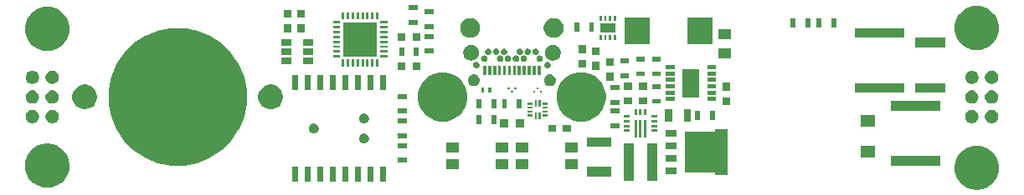
<source format=gbr>
G04 #@! TF.GenerationSoftware,KiCad,Pcbnew,(5.0.2)-1*
G04 #@! TF.CreationDate,2019-02-15T16:33:03-08:00*
G04 #@! TF.ProjectId,nixie_bottom_board,6e697869-655f-4626-9f74-746f6d5f626f,rev?*
G04 #@! TF.SameCoordinates,Original*
G04 #@! TF.FileFunction,Soldermask,Top*
G04 #@! TF.FilePolarity,Negative*
%FSLAX46Y46*%
G04 Gerber Fmt 4.6, Leading zero omitted, Abs format (unit mm)*
G04 Created by KiCad (PCBNEW (5.0.2)-1) date 2/15/2019 4:33:03 PM*
%MOMM*%
%LPD*%
G01*
G04 APERTURE LIST*
%ADD10C,0.100000*%
G04 APERTURE END LIST*
D10*
G36*
X197366504Y-104978822D02*
X197656303Y-105036466D01*
X198065773Y-105206074D01*
X198256215Y-105333324D01*
X198433622Y-105451863D01*
X198434293Y-105452312D01*
X198747688Y-105765707D01*
X198993926Y-106134227D01*
X199163534Y-106543697D01*
X199192496Y-106689300D01*
X199250000Y-106978394D01*
X199250000Y-107421606D01*
X199232278Y-107510700D01*
X199163534Y-107856303D01*
X198993926Y-108265773D01*
X198852899Y-108476834D01*
X198747689Y-108634292D01*
X198434292Y-108947689D01*
X198365096Y-108993924D01*
X198065773Y-109193926D01*
X197656303Y-109363534D01*
X197366504Y-109421178D01*
X197221606Y-109450000D01*
X196778394Y-109450000D01*
X196633496Y-109421178D01*
X196343697Y-109363534D01*
X195934227Y-109193926D01*
X195634904Y-108993924D01*
X195565708Y-108947689D01*
X195252311Y-108634292D01*
X195147101Y-108476834D01*
X195006074Y-108265773D01*
X194836466Y-107856303D01*
X194767722Y-107510700D01*
X194750000Y-107421606D01*
X194750000Y-106978394D01*
X194807504Y-106689300D01*
X194836466Y-106543697D01*
X195006074Y-106134227D01*
X195252312Y-105765707D01*
X195565707Y-105452312D01*
X195566379Y-105451863D01*
X195743785Y-105333324D01*
X195934227Y-105206074D01*
X196343697Y-105036466D01*
X196633496Y-104978822D01*
X196778394Y-104950000D01*
X197221606Y-104950000D01*
X197366504Y-104978822D01*
X197366504Y-104978822D01*
G37*
G36*
X103366504Y-104778822D02*
X103656303Y-104836466D01*
X104065773Y-105006074D01*
X104256215Y-105133324D01*
X104434292Y-105252311D01*
X104747689Y-105565708D01*
X104752623Y-105573092D01*
X104993926Y-105934227D01*
X105163534Y-106343697D01*
X105203316Y-106543697D01*
X105250000Y-106778394D01*
X105250000Y-107221606D01*
X105232278Y-107310700D01*
X105163534Y-107656303D01*
X104993926Y-108065773D01*
X104872188Y-108247966D01*
X104747689Y-108434292D01*
X104434292Y-108747689D01*
X104322980Y-108822065D01*
X104065773Y-108993926D01*
X103656303Y-109163534D01*
X103366504Y-109221178D01*
X103221606Y-109250000D01*
X102778394Y-109250000D01*
X102633496Y-109221178D01*
X102343697Y-109163534D01*
X101934227Y-108993926D01*
X101677020Y-108822065D01*
X101565708Y-108747689D01*
X101252311Y-108434292D01*
X101127812Y-108247966D01*
X101006074Y-108065773D01*
X100836466Y-107656303D01*
X100767722Y-107310700D01*
X100750000Y-107221606D01*
X100750000Y-106778394D01*
X100796684Y-106543697D01*
X100836466Y-106343697D01*
X101006074Y-105934227D01*
X101247377Y-105573092D01*
X101252311Y-105565708D01*
X101565708Y-105252311D01*
X101743785Y-105133324D01*
X101934227Y-105006074D01*
X102343697Y-104836466D01*
X102633496Y-104778822D01*
X102778394Y-104750000D01*
X103221606Y-104750000D01*
X103366504Y-104778822D01*
X103366504Y-104778822D01*
G37*
G36*
X137245000Y-108600000D02*
X136645000Y-108600000D01*
X136645000Y-107100000D01*
X137245000Y-107100000D01*
X137245000Y-108600000D01*
X137245000Y-108600000D01*
G37*
G36*
X132165000Y-108600000D02*
X131565000Y-108600000D01*
X131565000Y-107100000D01*
X132165000Y-107100000D01*
X132165000Y-108600000D01*
X132165000Y-108600000D01*
G37*
G36*
X128355000Y-108600000D02*
X127755000Y-108600000D01*
X127755000Y-107100000D01*
X128355000Y-107100000D01*
X128355000Y-108600000D01*
X128355000Y-108600000D01*
G37*
G36*
X129625000Y-108600000D02*
X129025000Y-108600000D01*
X129025000Y-107100000D01*
X129625000Y-107100000D01*
X129625000Y-108600000D01*
X129625000Y-108600000D01*
G37*
G36*
X130895000Y-108600000D02*
X130295000Y-108600000D01*
X130295000Y-107100000D01*
X130895000Y-107100000D01*
X130895000Y-108600000D01*
X130895000Y-108600000D01*
G37*
G36*
X134705000Y-108600000D02*
X134105000Y-108600000D01*
X134105000Y-107100000D01*
X134705000Y-107100000D01*
X134705000Y-108600000D01*
X134705000Y-108600000D01*
G37*
G36*
X133435000Y-108600000D02*
X132835000Y-108600000D01*
X132835000Y-107100000D01*
X133435000Y-107100000D01*
X133435000Y-108600000D01*
X133435000Y-108600000D01*
G37*
G36*
X135975000Y-108600000D02*
X135375000Y-108600000D01*
X135375000Y-107100000D01*
X135975000Y-107100000D01*
X135975000Y-108600000D01*
X135975000Y-108600000D01*
G37*
G36*
X162300000Y-108500000D02*
X161300000Y-108500000D01*
X161300000Y-104700000D01*
X162300000Y-104700000D01*
X162300000Y-108500000D01*
X162300000Y-108500000D01*
G37*
G36*
X164700000Y-108500000D02*
X163700000Y-108500000D01*
X163700000Y-104700000D01*
X164700000Y-104700000D01*
X164700000Y-108500000D01*
X164700000Y-108500000D01*
G37*
G36*
X160050000Y-108100000D02*
X157550000Y-108100000D01*
X157550000Y-107100000D01*
X160050000Y-107100000D01*
X160050000Y-108100000D01*
X160050000Y-108100000D01*
G37*
G36*
X171850000Y-107950000D02*
X170550000Y-107950000D01*
X170550000Y-107750800D01*
X170549024Y-107740889D01*
X170546133Y-107731360D01*
X170541439Y-107722577D01*
X170535121Y-107714879D01*
X170527423Y-107708561D01*
X170518640Y-107703867D01*
X170509111Y-107700976D01*
X170499200Y-107700000D01*
X167485000Y-107700000D01*
X167485000Y-103500000D01*
X170499200Y-103500000D01*
X170509111Y-103499024D01*
X170518640Y-103496133D01*
X170527423Y-103491439D01*
X170535121Y-103485121D01*
X170541439Y-103477423D01*
X170546133Y-103468640D01*
X170549024Y-103459111D01*
X170550000Y-103449200D01*
X170550000Y-103250000D01*
X171850000Y-103250000D01*
X171850000Y-107950000D01*
X171850000Y-107950000D01*
G37*
G36*
X166675000Y-107860000D02*
X165525000Y-107860000D01*
X165525000Y-107160000D01*
X166675000Y-107160000D01*
X166675000Y-107860000D01*
X166675000Y-107860000D01*
G37*
G36*
X151650000Y-107350000D02*
X150350000Y-107350000D01*
X150350000Y-106350000D01*
X151650000Y-106350000D01*
X151650000Y-107350000D01*
X151650000Y-107350000D01*
G37*
G36*
X156650000Y-107350000D02*
X155350000Y-107350000D01*
X155350000Y-106350000D01*
X156650000Y-106350000D01*
X156650000Y-107350000D01*
X156650000Y-107350000D01*
G37*
G36*
X144650000Y-107350000D02*
X143350000Y-107350000D01*
X143350000Y-106350000D01*
X144650000Y-106350000D01*
X144650000Y-107350000D01*
X144650000Y-107350000D01*
G37*
G36*
X149650000Y-107350000D02*
X148350000Y-107350000D01*
X148350000Y-106350000D01*
X149650000Y-106350000D01*
X149650000Y-107350000D01*
X149650000Y-107350000D01*
G37*
G36*
X193300000Y-107000000D02*
X188300000Y-107000000D01*
X188300000Y-106000000D01*
X193300000Y-106000000D01*
X193300000Y-107000000D01*
X193300000Y-107000000D01*
G37*
G36*
X117087502Y-93039397D02*
X118241827Y-93269006D01*
X119463403Y-93775000D01*
X119515743Y-93796680D01*
X120662240Y-94562745D01*
X121637255Y-95537760D01*
X122397135Y-96675000D01*
X122403321Y-96684259D01*
X122930994Y-97958173D01*
X123098053Y-98798037D01*
X123200000Y-99310560D01*
X123200000Y-100689440D01*
X123192086Y-100729225D01*
X122930994Y-102041827D01*
X122431056Y-103248782D01*
X122403320Y-103315743D01*
X121637255Y-104462240D01*
X120662240Y-105437255D01*
X119515743Y-106203320D01*
X119515742Y-106203321D01*
X119515741Y-106203321D01*
X118241827Y-106730994D01*
X117666039Y-106845525D01*
X116889440Y-107000000D01*
X115510560Y-107000000D01*
X114733961Y-106845525D01*
X114158173Y-106730994D01*
X112884259Y-106203321D01*
X112884258Y-106203321D01*
X112884257Y-106203320D01*
X111737760Y-105437255D01*
X110762745Y-104462240D01*
X109996680Y-103315743D01*
X109968944Y-103248782D01*
X109469006Y-102041827D01*
X109207914Y-100729225D01*
X109200000Y-100689440D01*
X109200000Y-99310560D01*
X109301947Y-98798037D01*
X109469006Y-97958173D01*
X109996679Y-96684259D01*
X110002866Y-96675000D01*
X110762745Y-95537760D01*
X111737760Y-94562745D01*
X112884257Y-93796680D01*
X112936597Y-93775000D01*
X114158173Y-93269006D01*
X115312498Y-93039397D01*
X115510560Y-93000000D01*
X116889440Y-93000000D01*
X117087502Y-93039397D01*
X117087502Y-93039397D01*
G37*
G36*
X139350000Y-106700000D02*
X138450000Y-106700000D01*
X138450000Y-106200000D01*
X139350000Y-106200000D01*
X139350000Y-106700000D01*
X139350000Y-106700000D01*
G37*
G36*
X166675000Y-106590000D02*
X165525000Y-106590000D01*
X165525000Y-105890000D01*
X166675000Y-105890000D01*
X166675000Y-106590000D01*
X166675000Y-106590000D01*
G37*
G36*
X186700000Y-106150000D02*
X185300000Y-106150000D01*
X185300000Y-104950000D01*
X186700000Y-104950000D01*
X186700000Y-106150000D01*
X186700000Y-106150000D01*
G37*
G36*
X156650000Y-105650000D02*
X155350000Y-105650000D01*
X155350000Y-104650000D01*
X156650000Y-104650000D01*
X156650000Y-105650000D01*
X156650000Y-105650000D01*
G37*
G36*
X149650000Y-105650000D02*
X148350000Y-105650000D01*
X148350000Y-104650000D01*
X149650000Y-104650000D01*
X149650000Y-105650000D01*
X149650000Y-105650000D01*
G37*
G36*
X151650000Y-105640000D02*
X150350000Y-105640000D01*
X150350000Y-104640000D01*
X151650000Y-104640000D01*
X151650000Y-105640000D01*
X151650000Y-105640000D01*
G37*
G36*
X144650000Y-105640000D02*
X143350000Y-105640000D01*
X143350000Y-104640000D01*
X144650000Y-104640000D01*
X144650000Y-105640000D01*
X144650000Y-105640000D01*
G37*
G36*
X166675000Y-105310000D02*
X165525000Y-105310000D01*
X165525000Y-104610000D01*
X166675000Y-104610000D01*
X166675000Y-105310000D01*
X166675000Y-105310000D01*
G37*
G36*
X139350000Y-105200000D02*
X138450000Y-105200000D01*
X138450000Y-104700000D01*
X139350000Y-104700000D01*
X139350000Y-105200000D01*
X139350000Y-105200000D01*
G37*
G36*
X160050000Y-105100000D02*
X157550000Y-105100000D01*
X157550000Y-104100000D01*
X160050000Y-104100000D01*
X160050000Y-105100000D01*
X160050000Y-105100000D01*
G37*
G36*
X135184474Y-103739734D02*
X135274613Y-103777070D01*
X135355736Y-103831275D01*
X135424725Y-103900264D01*
X135478930Y-103981387D01*
X135516266Y-104071526D01*
X135535300Y-104167217D01*
X135535300Y-104264783D01*
X135516266Y-104360474D01*
X135478930Y-104450613D01*
X135424725Y-104531736D01*
X135355736Y-104600725D01*
X135274613Y-104654930D01*
X135184474Y-104692266D01*
X135088783Y-104711300D01*
X134991217Y-104711300D01*
X134895526Y-104692266D01*
X134805387Y-104654930D01*
X134724264Y-104600725D01*
X134655275Y-104531736D01*
X134601070Y-104450613D01*
X134563734Y-104360474D01*
X134544700Y-104264783D01*
X134544700Y-104167217D01*
X134563734Y-104071526D01*
X134601070Y-103981387D01*
X134655275Y-103900264D01*
X134724264Y-103831275D01*
X134805387Y-103777070D01*
X134895526Y-103739734D01*
X134991217Y-103720700D01*
X135088783Y-103720700D01*
X135184474Y-103739734D01*
X135184474Y-103739734D01*
G37*
G36*
X139350000Y-104200000D02*
X138450000Y-104200000D01*
X138450000Y-103700000D01*
X139350000Y-103700000D01*
X139350000Y-104200000D01*
X139350000Y-104200000D01*
G37*
G36*
X163625000Y-104150000D02*
X163375000Y-104150000D01*
X163375000Y-102350000D01*
X163625000Y-102350000D01*
X163625000Y-104150000D01*
X163625000Y-104150000D01*
G37*
G36*
X163125000Y-104150000D02*
X162875000Y-104150000D01*
X162875000Y-102350000D01*
X163125000Y-102350000D01*
X163125000Y-104150000D01*
X163125000Y-104150000D01*
G37*
G36*
X162625000Y-104150000D02*
X162375000Y-104150000D01*
X162375000Y-102350000D01*
X162625000Y-102350000D01*
X162625000Y-104150000D01*
X162625000Y-104150000D01*
G37*
G36*
X166675000Y-104040000D02*
X165525000Y-104040000D01*
X165525000Y-103340000D01*
X166675000Y-103340000D01*
X166675000Y-104040000D01*
X166675000Y-104040000D01*
G37*
G36*
X130104474Y-102723734D02*
X130194613Y-102761070D01*
X130275736Y-102815275D01*
X130344725Y-102884264D01*
X130398930Y-102965387D01*
X130436266Y-103055526D01*
X130455300Y-103151217D01*
X130455300Y-103248783D01*
X130436266Y-103344474D01*
X130398930Y-103434613D01*
X130344725Y-103515736D01*
X130275736Y-103584725D01*
X130194613Y-103638930D01*
X130104474Y-103676266D01*
X130008783Y-103695300D01*
X129911217Y-103695300D01*
X129815526Y-103676266D01*
X129725387Y-103638930D01*
X129644264Y-103584725D01*
X129575275Y-103515736D01*
X129521070Y-103434613D01*
X129483734Y-103344474D01*
X129464700Y-103248783D01*
X129464700Y-103151217D01*
X129483734Y-103055526D01*
X129521070Y-102965387D01*
X129575275Y-102884264D01*
X129644264Y-102815275D01*
X129725387Y-102761070D01*
X129815526Y-102723734D01*
X129911217Y-102704700D01*
X130008783Y-102704700D01*
X130104474Y-102723734D01*
X130104474Y-102723734D01*
G37*
G36*
X154450000Y-103575000D02*
X153650000Y-103575000D01*
X153650000Y-102825000D01*
X154450000Y-102825000D01*
X154450000Y-103575000D01*
X154450000Y-103575000D01*
G37*
G36*
X164700000Y-103575000D02*
X164100000Y-103575000D01*
X164100000Y-103325000D01*
X164700000Y-103325000D01*
X164700000Y-103575000D01*
X164700000Y-103575000D01*
G37*
G36*
X161900000Y-103575000D02*
X161300000Y-103575000D01*
X161300000Y-103325000D01*
X161900000Y-103325000D01*
X161900000Y-103575000D01*
X161900000Y-103575000D01*
G37*
G36*
X155950000Y-103575000D02*
X155150000Y-103575000D01*
X155150000Y-102825000D01*
X155950000Y-102825000D01*
X155950000Y-103575000D01*
X155950000Y-103575000D01*
G37*
G36*
X160850000Y-103200000D02*
X159950000Y-103200000D01*
X159950000Y-102700000D01*
X160850000Y-102700000D01*
X160850000Y-103200000D01*
X160850000Y-103200000D01*
G37*
G36*
X151200000Y-103100000D02*
X150400000Y-103100000D01*
X150400000Y-102300000D01*
X151200000Y-102300000D01*
X151200000Y-103100000D01*
X151200000Y-103100000D01*
G37*
G36*
X149600000Y-103100000D02*
X148800000Y-103100000D01*
X148800000Y-102300000D01*
X149600000Y-102300000D01*
X149600000Y-103100000D01*
X149600000Y-103100000D01*
G37*
G36*
X164700000Y-103075000D02*
X164100000Y-103075000D01*
X164100000Y-102825000D01*
X164700000Y-102825000D01*
X164700000Y-103075000D01*
X164700000Y-103075000D01*
G37*
G36*
X161900000Y-103075000D02*
X161300000Y-103075000D01*
X161300000Y-102825000D01*
X161900000Y-102825000D01*
X161900000Y-103075000D01*
X161900000Y-103075000D01*
G37*
G36*
X186700000Y-103050000D02*
X185300000Y-103050000D01*
X185300000Y-101850000D01*
X186700000Y-101850000D01*
X186700000Y-103050000D01*
X186700000Y-103050000D01*
G37*
G36*
X146900000Y-102750000D02*
X146400000Y-102750000D01*
X146400000Y-101850000D01*
X146900000Y-101850000D01*
X146900000Y-102750000D01*
X146900000Y-102750000D01*
G37*
G36*
X148400000Y-102750000D02*
X147900000Y-102750000D01*
X147900000Y-101850000D01*
X148400000Y-101850000D01*
X148400000Y-102750000D01*
X148400000Y-102750000D01*
G37*
G36*
X139350000Y-102700000D02*
X138450000Y-102700000D01*
X138450000Y-102200000D01*
X139350000Y-102200000D01*
X139350000Y-102700000D01*
X139350000Y-102700000D01*
G37*
G36*
X135184474Y-101707734D02*
X135274613Y-101745070D01*
X135355736Y-101799275D01*
X135424725Y-101868264D01*
X135478930Y-101949387D01*
X135516266Y-102039526D01*
X135535300Y-102135217D01*
X135535300Y-102232783D01*
X135516266Y-102328474D01*
X135478930Y-102418613D01*
X135424725Y-102499736D01*
X135355736Y-102568725D01*
X135274613Y-102622930D01*
X135184474Y-102660266D01*
X135088783Y-102679300D01*
X134991217Y-102679300D01*
X134895526Y-102660266D01*
X134805387Y-102622930D01*
X134724264Y-102568725D01*
X134655275Y-102499736D01*
X134601070Y-102418613D01*
X134563734Y-102328474D01*
X134544700Y-102232783D01*
X134544700Y-102135217D01*
X134563734Y-102039526D01*
X134601070Y-101949387D01*
X134655275Y-101868264D01*
X134724264Y-101799275D01*
X134805387Y-101745070D01*
X134895526Y-101707734D01*
X134991217Y-101688700D01*
X135088783Y-101688700D01*
X135184474Y-101707734D01*
X135184474Y-101707734D01*
G37*
G36*
X103632323Y-101334767D02*
X103759561Y-101373364D01*
X103876824Y-101436042D01*
X103979606Y-101520394D01*
X104063958Y-101623176D01*
X104126636Y-101740439D01*
X104165233Y-101867677D01*
X104178266Y-102000000D01*
X104165233Y-102132323D01*
X104126636Y-102259561D01*
X104063958Y-102376824D01*
X103979606Y-102479606D01*
X103876824Y-102563958D01*
X103759561Y-102626636D01*
X103632323Y-102665233D01*
X103533159Y-102675000D01*
X103466841Y-102675000D01*
X103367677Y-102665233D01*
X103240439Y-102626636D01*
X103123176Y-102563958D01*
X103020394Y-102479606D01*
X102936042Y-102376824D01*
X102873364Y-102259561D01*
X102834767Y-102132323D01*
X102821734Y-102000000D01*
X102834767Y-101867677D01*
X102873364Y-101740439D01*
X102936042Y-101623176D01*
X103020394Y-101520394D01*
X103123176Y-101436042D01*
X103240439Y-101373364D01*
X103367677Y-101334767D01*
X103466841Y-101325000D01*
X103533159Y-101325000D01*
X103632323Y-101334767D01*
X103632323Y-101334767D01*
G37*
G36*
X196632323Y-101334767D02*
X196759561Y-101373364D01*
X196876824Y-101436042D01*
X196979606Y-101520394D01*
X197063958Y-101623176D01*
X197126636Y-101740439D01*
X197165233Y-101867677D01*
X197178266Y-102000000D01*
X197165233Y-102132323D01*
X197126636Y-102259561D01*
X197063958Y-102376824D01*
X196979606Y-102479606D01*
X196876824Y-102563958D01*
X196759561Y-102626636D01*
X196632323Y-102665233D01*
X196533159Y-102675000D01*
X196466841Y-102675000D01*
X196367677Y-102665233D01*
X196240439Y-102626636D01*
X196123176Y-102563958D01*
X196020394Y-102479606D01*
X195936042Y-102376824D01*
X195873364Y-102259561D01*
X195834767Y-102132323D01*
X195821734Y-102000000D01*
X195834767Y-101867677D01*
X195873364Y-101740439D01*
X195936042Y-101623176D01*
X196020394Y-101520394D01*
X196123176Y-101436042D01*
X196240439Y-101373364D01*
X196367677Y-101334767D01*
X196466841Y-101325000D01*
X196533159Y-101325000D01*
X196632323Y-101334767D01*
X196632323Y-101334767D01*
G37*
G36*
X198632323Y-101334767D02*
X198759561Y-101373364D01*
X198876824Y-101436042D01*
X198979606Y-101520394D01*
X199063958Y-101623176D01*
X199126636Y-101740439D01*
X199165233Y-101867677D01*
X199178266Y-102000000D01*
X199165233Y-102132323D01*
X199126636Y-102259561D01*
X199063958Y-102376824D01*
X198979606Y-102479606D01*
X198876824Y-102563958D01*
X198759561Y-102626636D01*
X198632323Y-102665233D01*
X198533159Y-102675000D01*
X198466841Y-102675000D01*
X198367677Y-102665233D01*
X198240439Y-102626636D01*
X198123176Y-102563958D01*
X198020394Y-102479606D01*
X197936042Y-102376824D01*
X197873364Y-102259561D01*
X197834767Y-102132323D01*
X197821734Y-102000000D01*
X197834767Y-101867677D01*
X197873364Y-101740439D01*
X197936042Y-101623176D01*
X198020394Y-101520394D01*
X198123176Y-101436042D01*
X198240439Y-101373364D01*
X198367677Y-101334767D01*
X198466841Y-101325000D01*
X198533159Y-101325000D01*
X198632323Y-101334767D01*
X198632323Y-101334767D01*
G37*
G36*
X101632323Y-101334767D02*
X101759561Y-101373364D01*
X101876824Y-101436042D01*
X101979606Y-101520394D01*
X102063958Y-101623176D01*
X102126636Y-101740439D01*
X102165233Y-101867677D01*
X102178266Y-102000000D01*
X102165233Y-102132323D01*
X102126636Y-102259561D01*
X102063958Y-102376824D01*
X101979606Y-102479606D01*
X101876824Y-102563958D01*
X101759561Y-102626636D01*
X101632323Y-102665233D01*
X101533159Y-102675000D01*
X101466841Y-102675000D01*
X101367677Y-102665233D01*
X101240439Y-102626636D01*
X101123176Y-102563958D01*
X101020394Y-102479606D01*
X100936042Y-102376824D01*
X100873364Y-102259561D01*
X100834767Y-102132323D01*
X100821734Y-102000000D01*
X100834767Y-101867677D01*
X100873364Y-101740439D01*
X100936042Y-101623176D01*
X101020394Y-101520394D01*
X101123176Y-101436042D01*
X101240439Y-101373364D01*
X101367677Y-101334767D01*
X101466841Y-101325000D01*
X101533159Y-101325000D01*
X101632323Y-101334767D01*
X101632323Y-101334767D01*
G37*
G36*
X164700000Y-102575000D02*
X164100000Y-102575000D01*
X164100000Y-102325000D01*
X164700000Y-102325000D01*
X164700000Y-102575000D01*
X164700000Y-102575000D01*
G37*
G36*
X161900000Y-102575000D02*
X161300000Y-102575000D01*
X161300000Y-102325000D01*
X161900000Y-102325000D01*
X161900000Y-102575000D01*
X161900000Y-102575000D01*
G37*
G36*
X168100000Y-102550000D02*
X167400000Y-102550000D01*
X167400000Y-101250000D01*
X168100000Y-101250000D01*
X168100000Y-102550000D01*
X168100000Y-102550000D01*
G37*
G36*
X166200000Y-102550000D02*
X165500000Y-102550000D01*
X165500000Y-101250000D01*
X166200000Y-101250000D01*
X166200000Y-102550000D01*
X166200000Y-102550000D01*
G37*
G36*
X157729225Y-97596074D02*
X158173260Y-97780000D01*
X158184194Y-97784529D01*
X158308638Y-97867680D01*
X158593658Y-98058124D01*
X158941876Y-98406342D01*
X159094512Y-98634778D01*
X159204910Y-98800000D01*
X159215472Y-98815808D01*
X159403926Y-99270775D01*
X159500000Y-99753772D01*
X159500000Y-100246228D01*
X159403926Y-100729225D01*
X159235287Y-101136354D01*
X159215471Y-101184194D01*
X159171501Y-101250000D01*
X158941876Y-101593658D01*
X158593658Y-101941876D01*
X158321298Y-102123861D01*
X158184194Y-102215471D01*
X158184193Y-102215472D01*
X158184192Y-102215472D01*
X157729225Y-102403926D01*
X157246228Y-102500000D01*
X156753772Y-102500000D01*
X156270775Y-102403926D01*
X155815808Y-102215472D01*
X155815807Y-102215472D01*
X155815806Y-102215471D01*
X155678702Y-102123861D01*
X155406342Y-101941876D01*
X155058124Y-101593658D01*
X154828499Y-101250000D01*
X154784529Y-101184194D01*
X154764713Y-101136354D01*
X154596074Y-100729225D01*
X154500000Y-100246228D01*
X154500000Y-99753772D01*
X154596074Y-99270775D01*
X154784528Y-98815808D01*
X154795091Y-98800000D01*
X154905488Y-98634778D01*
X155058124Y-98406342D01*
X155406342Y-98058124D01*
X155691362Y-97867680D01*
X155815806Y-97784529D01*
X155826740Y-97780000D01*
X156270775Y-97596074D01*
X156753772Y-97500000D01*
X157246228Y-97500000D01*
X157729225Y-97596074D01*
X157729225Y-97596074D01*
G37*
G36*
X143729225Y-97596074D02*
X144173260Y-97780000D01*
X144184194Y-97784529D01*
X144308638Y-97867680D01*
X144593658Y-98058124D01*
X144941876Y-98406342D01*
X145094512Y-98634778D01*
X145204910Y-98800000D01*
X145215472Y-98815808D01*
X145403926Y-99270775D01*
X145500000Y-99753772D01*
X145500000Y-100246228D01*
X145403926Y-100729225D01*
X145235287Y-101136354D01*
X145215471Y-101184194D01*
X145171501Y-101250000D01*
X144941876Y-101593658D01*
X144593658Y-101941876D01*
X144321298Y-102123861D01*
X144184194Y-102215471D01*
X144184193Y-102215472D01*
X144184192Y-102215472D01*
X143729225Y-102403926D01*
X143246228Y-102500000D01*
X142753772Y-102500000D01*
X142270775Y-102403926D01*
X141815808Y-102215472D01*
X141815807Y-102215472D01*
X141815806Y-102215471D01*
X141678702Y-102123861D01*
X141406342Y-101941876D01*
X141058124Y-101593658D01*
X140828499Y-101250000D01*
X140784529Y-101184194D01*
X140764713Y-101136354D01*
X140596074Y-100729225D01*
X140500000Y-100246228D01*
X140500000Y-99753772D01*
X140596074Y-99270775D01*
X140784528Y-98815808D01*
X140795091Y-98800000D01*
X140905488Y-98634778D01*
X141058124Y-98406342D01*
X141406342Y-98058124D01*
X141691362Y-97867680D01*
X141815806Y-97784529D01*
X141826740Y-97780000D01*
X142270775Y-97596074D01*
X142753772Y-97500000D01*
X143246228Y-97500000D01*
X143729225Y-97596074D01*
X143729225Y-97596074D01*
G37*
G36*
X169000000Y-102350000D02*
X168500000Y-102350000D01*
X168500000Y-101450000D01*
X169000000Y-101450000D01*
X169000000Y-102350000D01*
X169000000Y-102350000D01*
G37*
G36*
X170500000Y-102350000D02*
X170000000Y-102350000D01*
X170000000Y-101450000D01*
X170500000Y-101450000D01*
X170500000Y-102350000D01*
X170500000Y-102350000D01*
G37*
G36*
X152900000Y-102300000D02*
X152700000Y-102300000D01*
X152700000Y-101600000D01*
X152900000Y-101600000D01*
X152900000Y-102300000D01*
X152900000Y-102300000D01*
G37*
G36*
X152500000Y-102300000D02*
X152300000Y-102300000D01*
X152300000Y-101600000D01*
X152500000Y-101600000D01*
X152500000Y-102300000D01*
X152500000Y-102300000D01*
G37*
G36*
X164700000Y-102075000D02*
X164100000Y-102075000D01*
X164100000Y-101825000D01*
X164700000Y-101825000D01*
X164700000Y-102075000D01*
X164700000Y-102075000D01*
G37*
G36*
X161900000Y-102075000D02*
X161300000Y-102075000D01*
X161300000Y-101825000D01*
X161900000Y-101825000D01*
X161900000Y-102075000D01*
X161900000Y-102075000D01*
G37*
G36*
X153600000Y-102000000D02*
X153100000Y-102000000D01*
X153100000Y-101800000D01*
X153600000Y-101800000D01*
X153600000Y-102000000D01*
X153600000Y-102000000D01*
G37*
G36*
X152100000Y-102000000D02*
X151600000Y-102000000D01*
X151600000Y-101800000D01*
X152100000Y-101800000D01*
X152100000Y-102000000D01*
X152100000Y-102000000D01*
G37*
G36*
X163125000Y-101850000D02*
X162875000Y-101850000D01*
X162875000Y-101250000D01*
X163125000Y-101250000D01*
X163125000Y-101850000D01*
X163125000Y-101850000D01*
G37*
G36*
X162625000Y-101850000D02*
X162375000Y-101850000D01*
X162375000Y-101250000D01*
X162625000Y-101250000D01*
X162625000Y-101850000D01*
X162625000Y-101850000D01*
G37*
G36*
X163625000Y-101850000D02*
X163375000Y-101850000D01*
X163375000Y-101250000D01*
X163625000Y-101250000D01*
X163625000Y-101850000D01*
X163625000Y-101850000D01*
G37*
G36*
X160850000Y-101700000D02*
X159950000Y-101700000D01*
X159950000Y-101200000D01*
X160850000Y-101200000D01*
X160850000Y-101700000D01*
X160850000Y-101700000D01*
G37*
G36*
X139350000Y-101700000D02*
X138450000Y-101700000D01*
X138450000Y-101200000D01*
X139350000Y-101200000D01*
X139350000Y-101700000D01*
X139350000Y-101700000D01*
G37*
G36*
X152100000Y-101600000D02*
X151600000Y-101600000D01*
X151600000Y-101400000D01*
X152100000Y-101400000D01*
X152100000Y-101600000D01*
X152100000Y-101600000D01*
G37*
G36*
X153600000Y-101600000D02*
X153100000Y-101600000D01*
X153100000Y-101400000D01*
X153600000Y-101400000D01*
X153600000Y-101600000D01*
X153600000Y-101600000D01*
G37*
G36*
X193300000Y-101400000D02*
X188300000Y-101400000D01*
X188300000Y-100400000D01*
X193300000Y-100400000D01*
X193300000Y-101400000D01*
X193300000Y-101400000D01*
G37*
G36*
X107164613Y-98798037D02*
X107392095Y-98892263D01*
X107596830Y-99029063D01*
X107770937Y-99203170D01*
X107907737Y-99407905D01*
X108001963Y-99635387D01*
X108050000Y-99876886D01*
X108050000Y-100123114D01*
X108001963Y-100364613D01*
X107907737Y-100592095D01*
X107770937Y-100796830D01*
X107596830Y-100970937D01*
X107392095Y-101107737D01*
X107164613Y-101201963D01*
X106923114Y-101250000D01*
X106676886Y-101250000D01*
X106435387Y-101201963D01*
X106207905Y-101107737D01*
X106003170Y-100970937D01*
X105829063Y-100796830D01*
X105692263Y-100592095D01*
X105598037Y-100364613D01*
X105550000Y-100123114D01*
X105550000Y-99876886D01*
X105598037Y-99635387D01*
X105692263Y-99407905D01*
X105829063Y-99203170D01*
X106003170Y-99029063D01*
X106207905Y-98892263D01*
X106435387Y-98798037D01*
X106676886Y-98750000D01*
X106923114Y-98750000D01*
X107164613Y-98798037D01*
X107164613Y-98798037D01*
G37*
G36*
X125964613Y-98798037D02*
X126192095Y-98892263D01*
X126396830Y-99029063D01*
X126570937Y-99203170D01*
X126707737Y-99407905D01*
X126801963Y-99635387D01*
X126850000Y-99876886D01*
X126850000Y-100123114D01*
X126801963Y-100364613D01*
X126707737Y-100592095D01*
X126570937Y-100796830D01*
X126396830Y-100970937D01*
X126192095Y-101107737D01*
X125964613Y-101201963D01*
X125723114Y-101250000D01*
X125476886Y-101250000D01*
X125235387Y-101201963D01*
X125007905Y-101107737D01*
X124803170Y-100970937D01*
X124629063Y-100796830D01*
X124492263Y-100592095D01*
X124398037Y-100364613D01*
X124350000Y-100123114D01*
X124350000Y-99876886D01*
X124398037Y-99635387D01*
X124492263Y-99407905D01*
X124629063Y-99203170D01*
X124803170Y-99029063D01*
X125007905Y-98892263D01*
X125235387Y-98798037D01*
X125476886Y-98750000D01*
X125723114Y-98750000D01*
X125964613Y-98798037D01*
X125964613Y-98798037D01*
G37*
G36*
X152100000Y-101200000D02*
X151600000Y-101200000D01*
X151600000Y-101000000D01*
X152100000Y-101000000D01*
X152100000Y-101200000D01*
X152100000Y-101200000D01*
G37*
G36*
X153600000Y-101200000D02*
X153100000Y-101200000D01*
X153100000Y-101000000D01*
X153600000Y-101000000D01*
X153600000Y-101200000D01*
X153600000Y-101200000D01*
G37*
G36*
X146900000Y-101150000D02*
X146400000Y-101150000D01*
X146400000Y-100250000D01*
X146900000Y-100250000D01*
X146900000Y-101150000D01*
X146900000Y-101150000D01*
G37*
G36*
X149500000Y-101150000D02*
X149000000Y-101150000D01*
X149000000Y-100250000D01*
X149500000Y-100250000D01*
X149500000Y-101150000D01*
X149500000Y-101150000D01*
G37*
G36*
X148400000Y-101150000D02*
X147900000Y-101150000D01*
X147900000Y-100250000D01*
X148400000Y-100250000D01*
X148400000Y-101150000D01*
X148400000Y-101150000D01*
G37*
G36*
X151000000Y-101150000D02*
X150500000Y-101150000D01*
X150500000Y-100250000D01*
X151000000Y-100250000D01*
X151000000Y-101150000D01*
X151000000Y-101150000D01*
G37*
G36*
X152500000Y-101000000D02*
X152300000Y-101000000D01*
X152300000Y-100300000D01*
X152500000Y-100300000D01*
X152500000Y-101000000D01*
X152500000Y-101000000D01*
G37*
G36*
X152900000Y-101000000D02*
X152700000Y-101000000D01*
X152700000Y-100300000D01*
X152900000Y-100300000D01*
X152900000Y-101000000D01*
X152900000Y-101000000D01*
G37*
G36*
X172075000Y-100850000D02*
X171325000Y-100850000D01*
X171325000Y-100050000D01*
X172075000Y-100050000D01*
X172075000Y-100850000D01*
X172075000Y-100850000D01*
G37*
G36*
X160850000Y-100800000D02*
X159950000Y-100800000D01*
X159950000Y-100300000D01*
X160850000Y-100300000D01*
X160850000Y-100800000D01*
X160850000Y-100800000D01*
G37*
G36*
X153600000Y-100800000D02*
X153100000Y-100800000D01*
X153100000Y-100600000D01*
X153600000Y-100600000D01*
X153600000Y-100800000D01*
X153600000Y-100800000D01*
G37*
G36*
X152100000Y-100800000D02*
X151600000Y-100800000D01*
X151600000Y-100600000D01*
X152100000Y-100600000D01*
X152100000Y-100800000D01*
X152100000Y-100800000D01*
G37*
G36*
X162150000Y-100775000D02*
X161350000Y-100775000D01*
X161350000Y-100025000D01*
X162150000Y-100025000D01*
X162150000Y-100775000D01*
X162150000Y-100775000D01*
G37*
G36*
X163650000Y-100775000D02*
X162850000Y-100775000D01*
X162850000Y-100025000D01*
X163650000Y-100025000D01*
X163650000Y-100775000D01*
X163650000Y-100775000D01*
G37*
G36*
X165050000Y-100700000D02*
X164150000Y-100700000D01*
X164150000Y-100200000D01*
X165050000Y-100200000D01*
X165050000Y-100700000D01*
X165050000Y-100700000D01*
G37*
G36*
X101632323Y-99334767D02*
X101759561Y-99373364D01*
X101876824Y-99436042D01*
X101979606Y-99520394D01*
X102063958Y-99623176D01*
X102126636Y-99740439D01*
X102165233Y-99867677D01*
X102178266Y-100000000D01*
X102165233Y-100132323D01*
X102126636Y-100259561D01*
X102063958Y-100376824D01*
X101979606Y-100479606D01*
X101876824Y-100563958D01*
X101759561Y-100626636D01*
X101632323Y-100665233D01*
X101533159Y-100675000D01*
X101466841Y-100675000D01*
X101367677Y-100665233D01*
X101240439Y-100626636D01*
X101123176Y-100563958D01*
X101020394Y-100479606D01*
X100936042Y-100376824D01*
X100873364Y-100259561D01*
X100834767Y-100132323D01*
X100821734Y-100000000D01*
X100834767Y-99867677D01*
X100873364Y-99740439D01*
X100936042Y-99623176D01*
X101020394Y-99520394D01*
X101123176Y-99436042D01*
X101240439Y-99373364D01*
X101367677Y-99334767D01*
X101466841Y-99325000D01*
X101533159Y-99325000D01*
X101632323Y-99334767D01*
X101632323Y-99334767D01*
G37*
G36*
X103632323Y-99334767D02*
X103759561Y-99373364D01*
X103876824Y-99436042D01*
X103979606Y-99520394D01*
X104063958Y-99623176D01*
X104126636Y-99740439D01*
X104165233Y-99867677D01*
X104178266Y-100000000D01*
X104165233Y-100132323D01*
X104126636Y-100259561D01*
X104063958Y-100376824D01*
X103979606Y-100479606D01*
X103876824Y-100563958D01*
X103759561Y-100626636D01*
X103632323Y-100665233D01*
X103533159Y-100675000D01*
X103466841Y-100675000D01*
X103367677Y-100665233D01*
X103240439Y-100626636D01*
X103123176Y-100563958D01*
X103020394Y-100479606D01*
X102936042Y-100376824D01*
X102873364Y-100259561D01*
X102834767Y-100132323D01*
X102821734Y-100000000D01*
X102834767Y-99867677D01*
X102873364Y-99740439D01*
X102936042Y-99623176D01*
X103020394Y-99520394D01*
X103123176Y-99436042D01*
X103240439Y-99373364D01*
X103367677Y-99334767D01*
X103466841Y-99325000D01*
X103533159Y-99325000D01*
X103632323Y-99334767D01*
X103632323Y-99334767D01*
G37*
G36*
X196632323Y-99334767D02*
X196759561Y-99373364D01*
X196876824Y-99436042D01*
X196979606Y-99520394D01*
X197063958Y-99623176D01*
X197126636Y-99740439D01*
X197165233Y-99867677D01*
X197178266Y-100000000D01*
X197165233Y-100132323D01*
X197126636Y-100259561D01*
X197063958Y-100376824D01*
X196979606Y-100479606D01*
X196876824Y-100563958D01*
X196759561Y-100626636D01*
X196632323Y-100665233D01*
X196533159Y-100675000D01*
X196466841Y-100675000D01*
X196367677Y-100665233D01*
X196240439Y-100626636D01*
X196123176Y-100563958D01*
X196020394Y-100479606D01*
X195936042Y-100376824D01*
X195873364Y-100259561D01*
X195834767Y-100132323D01*
X195821734Y-100000000D01*
X195834767Y-99867677D01*
X195873364Y-99740439D01*
X195936042Y-99623176D01*
X196020394Y-99520394D01*
X196123176Y-99436042D01*
X196240439Y-99373364D01*
X196367677Y-99334767D01*
X196466841Y-99325000D01*
X196533159Y-99325000D01*
X196632323Y-99334767D01*
X196632323Y-99334767D01*
G37*
G36*
X198632323Y-99334767D02*
X198759561Y-99373364D01*
X198876824Y-99436042D01*
X198979606Y-99520394D01*
X199063958Y-99623176D01*
X199126636Y-99740439D01*
X199165233Y-99867677D01*
X199178266Y-100000000D01*
X199165233Y-100132323D01*
X199126636Y-100259561D01*
X199063958Y-100376824D01*
X198979606Y-100479606D01*
X198876824Y-100563958D01*
X198759561Y-100626636D01*
X198632323Y-100665233D01*
X198533159Y-100675000D01*
X198466841Y-100675000D01*
X198367677Y-100665233D01*
X198240439Y-100626636D01*
X198123176Y-100563958D01*
X198020394Y-100479606D01*
X197936042Y-100376824D01*
X197873364Y-100259561D01*
X197834767Y-100132323D01*
X197821734Y-100000000D01*
X197834767Y-99867677D01*
X197873364Y-99740439D01*
X197936042Y-99623176D01*
X198020394Y-99520394D01*
X198123176Y-99436042D01*
X198240439Y-99373364D01*
X198367677Y-99334767D01*
X198466841Y-99325000D01*
X198533159Y-99325000D01*
X198632323Y-99334767D01*
X198632323Y-99334767D01*
G37*
G36*
X166440000Y-100435000D02*
X165550000Y-100435000D01*
X165550000Y-100015000D01*
X166440000Y-100015000D01*
X166440000Y-100435000D01*
X166440000Y-100435000D01*
G37*
G36*
X170650000Y-100435000D02*
X169760000Y-100435000D01*
X169760000Y-100015000D01*
X170650000Y-100015000D01*
X170650000Y-100435000D01*
X170650000Y-100435000D01*
G37*
G36*
X139350000Y-100200000D02*
X138450000Y-100200000D01*
X138450000Y-99700000D01*
X139350000Y-99700000D01*
X139350000Y-100200000D01*
X139350000Y-100200000D01*
G37*
G36*
X168925000Y-100025000D02*
X167275000Y-100025000D01*
X167275000Y-97175000D01*
X168925000Y-97175000D01*
X168925000Y-100025000D01*
X168925000Y-100025000D01*
G37*
G36*
X170650000Y-99785000D02*
X169760000Y-99785000D01*
X169760000Y-99365000D01*
X170650000Y-99365000D01*
X170650000Y-99785000D01*
X170650000Y-99785000D01*
G37*
G36*
X166440000Y-99785000D02*
X165550000Y-99785000D01*
X165550000Y-99365000D01*
X166440000Y-99365000D01*
X166440000Y-99785000D01*
X166440000Y-99785000D01*
G37*
G36*
X193800000Y-99600000D02*
X190800000Y-99600000D01*
X190800000Y-98600000D01*
X193800000Y-98600000D01*
X193800000Y-99600000D01*
X193800000Y-99600000D01*
G37*
G36*
X189700000Y-99600000D02*
X184700000Y-99600000D01*
X184700000Y-98600000D01*
X189700000Y-98600000D01*
X189700000Y-99600000D01*
X189700000Y-99600000D01*
G37*
G36*
X147200000Y-99575000D02*
X146900000Y-99575000D01*
X146900000Y-99025000D01*
X147200000Y-99025000D01*
X147200000Y-99575000D01*
X147200000Y-99575000D01*
G37*
G36*
X147900000Y-99575000D02*
X147600000Y-99575000D01*
X147600000Y-99025000D01*
X147900000Y-99025000D01*
X147900000Y-99575000D01*
X147900000Y-99575000D01*
G37*
G36*
X152360000Y-99550000D02*
X152160000Y-99550000D01*
X152160000Y-99350000D01*
X152360000Y-99350000D01*
X152360000Y-99550000D01*
X152360000Y-99550000D01*
G37*
G36*
X150100000Y-99550000D02*
X149900000Y-99550000D01*
X149900000Y-99350000D01*
X150100000Y-99350000D01*
X150100000Y-99550000D01*
X150100000Y-99550000D01*
G37*
G36*
X153040000Y-99550000D02*
X152840000Y-99550000D01*
X152840000Y-99350000D01*
X153040000Y-99350000D01*
X153040000Y-99550000D01*
X153040000Y-99550000D01*
G37*
G36*
X172075000Y-99350000D02*
X171325000Y-99350000D01*
X171325000Y-98550000D01*
X172075000Y-98550000D01*
X172075000Y-99350000D01*
X172075000Y-99350000D01*
G37*
G36*
X160850000Y-99300000D02*
X159950000Y-99300000D01*
X159950000Y-98800000D01*
X160850000Y-98800000D01*
X160850000Y-99300000D01*
X160850000Y-99300000D01*
G37*
G36*
X137245000Y-99300000D02*
X136645000Y-99300000D01*
X136645000Y-97800000D01*
X137245000Y-97800000D01*
X137245000Y-99300000D01*
X137245000Y-99300000D01*
G37*
G36*
X128355000Y-99300000D02*
X127755000Y-99300000D01*
X127755000Y-97800000D01*
X128355000Y-97800000D01*
X128355000Y-99300000D01*
X128355000Y-99300000D01*
G37*
G36*
X133435000Y-99300000D02*
X132835000Y-99300000D01*
X132835000Y-97800000D01*
X133435000Y-97800000D01*
X133435000Y-99300000D01*
X133435000Y-99300000D01*
G37*
G36*
X132165000Y-99300000D02*
X131565000Y-99300000D01*
X131565000Y-97800000D01*
X132165000Y-97800000D01*
X132165000Y-99300000D01*
X132165000Y-99300000D01*
G37*
G36*
X130895000Y-99300000D02*
X130295000Y-99300000D01*
X130295000Y-97800000D01*
X130895000Y-97800000D01*
X130895000Y-99300000D01*
X130895000Y-99300000D01*
G37*
G36*
X129625000Y-99300000D02*
X129025000Y-99300000D01*
X129025000Y-97800000D01*
X129625000Y-97800000D01*
X129625000Y-99300000D01*
X129625000Y-99300000D01*
G37*
G36*
X134705000Y-99300000D02*
X134105000Y-99300000D01*
X134105000Y-97800000D01*
X134705000Y-97800000D01*
X134705000Y-99300000D01*
X134705000Y-99300000D01*
G37*
G36*
X135975000Y-99300000D02*
X135375000Y-99300000D01*
X135375000Y-97800000D01*
X135975000Y-97800000D01*
X135975000Y-99300000D01*
X135975000Y-99300000D01*
G37*
G36*
X162150000Y-99275000D02*
X161350000Y-99275000D01*
X161350000Y-98525000D01*
X162150000Y-98525000D01*
X162150000Y-99275000D01*
X162150000Y-99275000D01*
G37*
G36*
X163650000Y-99275000D02*
X162850000Y-99275000D01*
X162850000Y-98525000D01*
X163650000Y-98525000D01*
X163650000Y-99275000D01*
X163650000Y-99275000D01*
G37*
G36*
X152700000Y-99250000D02*
X152500000Y-99250000D01*
X152500000Y-99050000D01*
X152700000Y-99050000D01*
X152700000Y-99250000D01*
X152700000Y-99250000D01*
G37*
G36*
X149760000Y-99250000D02*
X149560000Y-99250000D01*
X149560000Y-99050000D01*
X149760000Y-99050000D01*
X149760000Y-99250000D01*
X149760000Y-99250000D01*
G37*
G36*
X150440000Y-99250000D02*
X150240000Y-99250000D01*
X150240000Y-99050000D01*
X150440000Y-99050000D01*
X150440000Y-99250000D01*
X150440000Y-99250000D01*
G37*
G36*
X165050000Y-99200000D02*
X164150000Y-99200000D01*
X164150000Y-98700000D01*
X165050000Y-98700000D01*
X165050000Y-99200000D01*
X165050000Y-99200000D01*
G37*
G36*
X170650000Y-99135000D02*
X169760000Y-99135000D01*
X169760000Y-98715000D01*
X170650000Y-98715000D01*
X170650000Y-99135000D01*
X170650000Y-99135000D01*
G37*
G36*
X166440000Y-99135000D02*
X165550000Y-99135000D01*
X165550000Y-98715000D01*
X166440000Y-98715000D01*
X166440000Y-99135000D01*
X166440000Y-99135000D01*
G37*
G36*
X153962054Y-97721529D02*
X154020015Y-97733058D01*
X154129204Y-97778285D01*
X154129207Y-97778287D01*
X154227478Y-97843950D01*
X154311050Y-97927522D01*
X154376713Y-98025793D01*
X154376715Y-98025796D01*
X154420838Y-98132320D01*
X154421942Y-98134986D01*
X154445000Y-98250905D01*
X154445000Y-98369095D01*
X154443462Y-98376825D01*
X154421942Y-98485015D01*
X154376715Y-98594204D01*
X154376713Y-98594207D01*
X154311050Y-98692478D01*
X154227478Y-98776050D01*
X154167979Y-98815806D01*
X154129204Y-98841715D01*
X154020015Y-98886942D01*
X153993264Y-98892263D01*
X153904095Y-98910000D01*
X153785905Y-98910000D01*
X153696736Y-98892263D01*
X153669985Y-98886942D01*
X153560796Y-98841715D01*
X153522021Y-98815806D01*
X153462522Y-98776050D01*
X153378950Y-98692478D01*
X153313287Y-98594207D01*
X153313285Y-98594204D01*
X153268058Y-98485015D01*
X153246538Y-98376825D01*
X153245000Y-98369095D01*
X153245000Y-98250905D01*
X153268058Y-98134986D01*
X153269162Y-98132320D01*
X153313285Y-98025796D01*
X153313287Y-98025793D01*
X153378950Y-97927522D01*
X153462522Y-97843950D01*
X153560793Y-97778287D01*
X153560796Y-97778285D01*
X153669985Y-97733058D01*
X153727946Y-97721529D01*
X153785905Y-97710000D01*
X153904095Y-97710000D01*
X153962054Y-97721529D01*
X153962054Y-97721529D01*
G37*
G36*
X146272054Y-97721529D02*
X146330015Y-97733058D01*
X146439204Y-97778285D01*
X146439207Y-97778287D01*
X146537478Y-97843950D01*
X146621050Y-97927522D01*
X146686713Y-98025793D01*
X146686715Y-98025796D01*
X146730838Y-98132320D01*
X146731942Y-98134986D01*
X146755000Y-98250905D01*
X146755000Y-98369095D01*
X146753462Y-98376825D01*
X146731942Y-98485015D01*
X146686715Y-98594204D01*
X146686713Y-98594207D01*
X146621050Y-98692478D01*
X146537478Y-98776050D01*
X146477979Y-98815806D01*
X146439204Y-98841715D01*
X146330015Y-98886942D01*
X146303264Y-98892263D01*
X146214095Y-98910000D01*
X146095905Y-98910000D01*
X146006736Y-98892263D01*
X145979985Y-98886942D01*
X145870796Y-98841715D01*
X145832021Y-98815806D01*
X145772522Y-98776050D01*
X145688950Y-98692478D01*
X145623287Y-98594207D01*
X145623285Y-98594204D01*
X145578058Y-98485015D01*
X145556538Y-98376825D01*
X145555000Y-98369095D01*
X145555000Y-98250905D01*
X145578058Y-98134986D01*
X145579162Y-98132320D01*
X145623285Y-98025796D01*
X145623287Y-98025793D01*
X145688950Y-97927522D01*
X145772522Y-97843950D01*
X145870793Y-97778287D01*
X145870796Y-97778285D01*
X145979985Y-97733058D01*
X146037946Y-97721529D01*
X146095905Y-97710000D01*
X146214095Y-97710000D01*
X146272054Y-97721529D01*
X146272054Y-97721529D01*
G37*
G36*
X198632323Y-97334767D02*
X198759561Y-97373364D01*
X198876824Y-97436042D01*
X198979606Y-97520394D01*
X199063958Y-97623176D01*
X199126636Y-97740439D01*
X199165233Y-97867677D01*
X199178266Y-98000000D01*
X199165233Y-98132323D01*
X199126636Y-98259561D01*
X199063958Y-98376824D01*
X198979606Y-98479606D01*
X198876824Y-98563958D01*
X198759561Y-98626636D01*
X198632323Y-98665233D01*
X198533159Y-98675000D01*
X198466841Y-98675000D01*
X198367677Y-98665233D01*
X198240439Y-98626636D01*
X198123176Y-98563958D01*
X198020394Y-98479606D01*
X197936042Y-98376824D01*
X197873364Y-98259561D01*
X197834767Y-98132323D01*
X197821734Y-98000000D01*
X197834767Y-97867677D01*
X197873364Y-97740439D01*
X197936042Y-97623176D01*
X198020394Y-97520394D01*
X198123176Y-97436042D01*
X198240439Y-97373364D01*
X198367677Y-97334767D01*
X198466841Y-97325000D01*
X198533159Y-97325000D01*
X198632323Y-97334767D01*
X198632323Y-97334767D01*
G37*
G36*
X101609951Y-97333647D02*
X101696892Y-97350940D01*
X101819730Y-97401821D01*
X101930289Y-97475694D01*
X102024306Y-97569711D01*
X102098179Y-97680270D01*
X102149060Y-97803108D01*
X102157184Y-97843950D01*
X102175000Y-97933518D01*
X102175000Y-98066482D01*
X102168333Y-98100000D01*
X102149060Y-98196892D01*
X102098179Y-98319730D01*
X102024306Y-98430289D01*
X101930289Y-98524306D01*
X101819730Y-98598179D01*
X101696892Y-98649060D01*
X101615584Y-98665233D01*
X101566482Y-98675000D01*
X101433518Y-98675000D01*
X101384416Y-98665233D01*
X101303108Y-98649060D01*
X101180270Y-98598179D01*
X101069711Y-98524306D01*
X100975694Y-98430289D01*
X100901821Y-98319730D01*
X100850940Y-98196892D01*
X100831667Y-98100000D01*
X100825000Y-98066482D01*
X100825000Y-97933518D01*
X100842816Y-97843950D01*
X100850940Y-97803108D01*
X100901821Y-97680270D01*
X100975694Y-97569711D01*
X101069711Y-97475694D01*
X101180270Y-97401821D01*
X101303108Y-97350940D01*
X101390049Y-97333647D01*
X101433518Y-97325000D01*
X101566482Y-97325000D01*
X101609951Y-97333647D01*
X101609951Y-97333647D01*
G37*
G36*
X196609951Y-97333647D02*
X196696892Y-97350940D01*
X196819730Y-97401821D01*
X196930289Y-97475694D01*
X197024306Y-97569711D01*
X197098179Y-97680270D01*
X197149060Y-97803108D01*
X197157184Y-97843950D01*
X197175000Y-97933518D01*
X197175000Y-98066482D01*
X197168333Y-98100000D01*
X197149060Y-98196892D01*
X197098179Y-98319730D01*
X197024306Y-98430289D01*
X196930289Y-98524306D01*
X196819730Y-98598179D01*
X196696892Y-98649060D01*
X196615584Y-98665233D01*
X196566482Y-98675000D01*
X196433518Y-98675000D01*
X196384416Y-98665233D01*
X196303108Y-98649060D01*
X196180270Y-98598179D01*
X196069711Y-98524306D01*
X195975694Y-98430289D01*
X195901821Y-98319730D01*
X195850940Y-98196892D01*
X195831667Y-98100000D01*
X195825000Y-98066482D01*
X195825000Y-97933518D01*
X195842816Y-97843950D01*
X195850940Y-97803108D01*
X195901821Y-97680270D01*
X195975694Y-97569711D01*
X196069711Y-97475694D01*
X196180270Y-97401821D01*
X196303108Y-97350940D01*
X196390049Y-97333647D01*
X196433518Y-97325000D01*
X196566482Y-97325000D01*
X196609951Y-97333647D01*
X196609951Y-97333647D01*
G37*
G36*
X103632323Y-97334767D02*
X103759561Y-97373364D01*
X103876824Y-97436042D01*
X103979606Y-97520394D01*
X104063958Y-97623176D01*
X104126636Y-97740439D01*
X104165233Y-97867677D01*
X104178266Y-98000000D01*
X104165233Y-98132323D01*
X104126636Y-98259561D01*
X104063958Y-98376824D01*
X103979606Y-98479606D01*
X103876824Y-98563958D01*
X103759561Y-98626636D01*
X103632323Y-98665233D01*
X103533159Y-98675000D01*
X103466841Y-98675000D01*
X103367677Y-98665233D01*
X103240439Y-98626636D01*
X103123176Y-98563958D01*
X103020394Y-98479606D01*
X102936042Y-98376824D01*
X102873364Y-98259561D01*
X102834767Y-98132323D01*
X102821734Y-98000000D01*
X102834767Y-97867677D01*
X102873364Y-97740439D01*
X102936042Y-97623176D01*
X103020394Y-97520394D01*
X103123176Y-97436042D01*
X103240439Y-97373364D01*
X103367677Y-97334767D01*
X103466841Y-97325000D01*
X103533159Y-97325000D01*
X103632323Y-97334767D01*
X103632323Y-97334767D01*
G37*
G36*
X170650000Y-98485000D02*
X169760000Y-98485000D01*
X169760000Y-98065000D01*
X170650000Y-98065000D01*
X170650000Y-98485000D01*
X170650000Y-98485000D01*
G37*
G36*
X166440000Y-98485000D02*
X165550000Y-98485000D01*
X165550000Y-98065000D01*
X166440000Y-98065000D01*
X166440000Y-98485000D01*
X166440000Y-98485000D01*
G37*
G36*
X160275000Y-98350000D02*
X159525000Y-98350000D01*
X159525000Y-97550000D01*
X160275000Y-97550000D01*
X160275000Y-98350000D01*
X160275000Y-98350000D01*
G37*
G36*
X161850000Y-98100000D02*
X160950000Y-98100000D01*
X160950000Y-97600000D01*
X161850000Y-97600000D01*
X161850000Y-98100000D01*
X161850000Y-98100000D01*
G37*
G36*
X165050000Y-97900000D02*
X164150000Y-97900000D01*
X164150000Y-97400000D01*
X165050000Y-97400000D01*
X165050000Y-97900000D01*
X165050000Y-97900000D01*
G37*
G36*
X163450000Y-97900000D02*
X162550000Y-97900000D01*
X162550000Y-97400000D01*
X163450000Y-97400000D01*
X163450000Y-97900000D01*
X163450000Y-97900000D01*
G37*
G36*
X166440000Y-97835000D02*
X165550000Y-97835000D01*
X165550000Y-97415000D01*
X166440000Y-97415000D01*
X166440000Y-97835000D01*
X166440000Y-97835000D01*
G37*
G36*
X170650000Y-97835000D02*
X169760000Y-97835000D01*
X169760000Y-97415000D01*
X170650000Y-97415000D01*
X170650000Y-97835000D01*
X170650000Y-97835000D01*
G37*
G36*
X148900000Y-97780000D02*
X148600000Y-97780000D01*
X148600000Y-96880000D01*
X148900000Y-96880000D01*
X148900000Y-97780000D01*
X148900000Y-97780000D01*
G37*
G36*
X150900000Y-97780000D02*
X150600000Y-97780000D01*
X150600000Y-96880000D01*
X150900000Y-96880000D01*
X150900000Y-97780000D01*
X150900000Y-97780000D01*
G37*
G36*
X150400000Y-97780000D02*
X150100000Y-97780000D01*
X150100000Y-96880000D01*
X150400000Y-96880000D01*
X150400000Y-97780000D01*
X150400000Y-97780000D01*
G37*
G36*
X149900000Y-97780000D02*
X149600000Y-97780000D01*
X149600000Y-96880000D01*
X149900000Y-96880000D01*
X149900000Y-97780000D01*
X149900000Y-97780000D01*
G37*
G36*
X149400000Y-97780000D02*
X149100000Y-97780000D01*
X149100000Y-96880000D01*
X149400000Y-96880000D01*
X149400000Y-97780000D01*
X149400000Y-97780000D01*
G37*
G36*
X148400000Y-97780000D02*
X148100000Y-97780000D01*
X148100000Y-96880000D01*
X148400000Y-96880000D01*
X148400000Y-97780000D01*
X148400000Y-97780000D01*
G37*
G36*
X147900000Y-97780000D02*
X147600000Y-97780000D01*
X147600000Y-96880000D01*
X147900000Y-96880000D01*
X147900000Y-97780000D01*
X147900000Y-97780000D01*
G37*
G36*
X147400000Y-97780000D02*
X147100000Y-97780000D01*
X147100000Y-96880000D01*
X147400000Y-96880000D01*
X147400000Y-97780000D01*
X147400000Y-97780000D01*
G37*
G36*
X152900000Y-97780000D02*
X152600000Y-97780000D01*
X152600000Y-96880000D01*
X152900000Y-96880000D01*
X152900000Y-97780000D01*
X152900000Y-97780000D01*
G37*
G36*
X151900000Y-97780000D02*
X151600000Y-97780000D01*
X151600000Y-96880000D01*
X151900000Y-96880000D01*
X151900000Y-97780000D01*
X151900000Y-97780000D01*
G37*
G36*
X151400000Y-97780000D02*
X151100000Y-97780000D01*
X151100000Y-96880000D01*
X151400000Y-96880000D01*
X151400000Y-97780000D01*
X151400000Y-97780000D01*
G37*
G36*
X152400000Y-97780000D02*
X152100000Y-97780000D01*
X152100000Y-96880000D01*
X152400000Y-96880000D01*
X152400000Y-97780000D01*
X152400000Y-97780000D01*
G37*
G36*
X139250000Y-97275000D02*
X138450000Y-97275000D01*
X138450000Y-96525000D01*
X139250000Y-96525000D01*
X139250000Y-97275000D01*
X139250000Y-97275000D01*
G37*
G36*
X140750000Y-97275000D02*
X139950000Y-97275000D01*
X139950000Y-96525000D01*
X140750000Y-96525000D01*
X140750000Y-97275000D01*
X140750000Y-97275000D01*
G37*
G36*
X158875000Y-97250000D02*
X158125000Y-97250000D01*
X158125000Y-96450000D01*
X158875000Y-96450000D01*
X158875000Y-97250000D01*
X158875000Y-97250000D01*
G37*
G36*
X170650000Y-97185000D02*
X169760000Y-97185000D01*
X169760000Y-96765000D01*
X170650000Y-96765000D01*
X170650000Y-97185000D01*
X170650000Y-97185000D01*
G37*
G36*
X166440000Y-97185000D02*
X165550000Y-97185000D01*
X165550000Y-96765000D01*
X166440000Y-96765000D01*
X166440000Y-97185000D01*
X166440000Y-97185000D01*
G37*
G36*
X153694799Y-96447489D02*
X153753945Y-96471988D01*
X153807176Y-96507556D01*
X153852444Y-96552824D01*
X153888012Y-96606055D01*
X153912511Y-96665201D01*
X153925000Y-96727990D01*
X153925000Y-96792010D01*
X153912511Y-96854799D01*
X153888012Y-96913945D01*
X153852444Y-96967176D01*
X153807176Y-97012444D01*
X153753945Y-97048012D01*
X153694799Y-97072511D01*
X153632010Y-97085000D01*
X153567990Y-97085000D01*
X153505201Y-97072511D01*
X153446055Y-97048012D01*
X153392824Y-97012444D01*
X153347556Y-96967176D01*
X153311988Y-96913945D01*
X153287489Y-96854799D01*
X153275000Y-96792010D01*
X153275000Y-96727990D01*
X153287489Y-96665201D01*
X153311988Y-96606055D01*
X153347556Y-96552824D01*
X153392824Y-96507556D01*
X153446055Y-96471988D01*
X153505201Y-96447489D01*
X153567990Y-96435000D01*
X153632010Y-96435000D01*
X153694799Y-96447489D01*
X153694799Y-96447489D01*
G37*
G36*
X146494799Y-96447489D02*
X146553945Y-96471988D01*
X146607176Y-96507556D01*
X146652444Y-96552824D01*
X146688012Y-96606055D01*
X146712511Y-96665201D01*
X146725000Y-96727990D01*
X146725000Y-96792010D01*
X146712511Y-96854799D01*
X146688012Y-96913945D01*
X146652444Y-96967176D01*
X146607176Y-97012444D01*
X146553945Y-97048012D01*
X146494799Y-97072511D01*
X146432010Y-97085000D01*
X146367990Y-97085000D01*
X146305201Y-97072511D01*
X146246055Y-97048012D01*
X146192824Y-97012444D01*
X146147556Y-96967176D01*
X146111988Y-96913945D01*
X146087489Y-96854799D01*
X146075000Y-96792010D01*
X146075000Y-96727990D01*
X146087489Y-96665201D01*
X146111988Y-96606055D01*
X146147556Y-96552824D01*
X146192824Y-96507556D01*
X146246055Y-96471988D01*
X146305201Y-96447489D01*
X146367990Y-96435000D01*
X146432010Y-96435000D01*
X146494799Y-96447489D01*
X146494799Y-96447489D01*
G37*
G36*
X157475000Y-97050000D02*
X156725000Y-97050000D01*
X156725000Y-96250000D01*
X157475000Y-96250000D01*
X157475000Y-97050000D01*
X157475000Y-97050000D01*
G37*
G36*
X135525000Y-96900000D02*
X135275000Y-96900000D01*
X135275000Y-96200000D01*
X135525000Y-96200000D01*
X135525000Y-96900000D01*
X135525000Y-96900000D01*
G37*
G36*
X135025000Y-96900000D02*
X134775000Y-96900000D01*
X134775000Y-96200000D01*
X135025000Y-96200000D01*
X135025000Y-96900000D01*
X135025000Y-96900000D01*
G37*
G36*
X136525000Y-96900000D02*
X136275000Y-96900000D01*
X136275000Y-96200000D01*
X136525000Y-96200000D01*
X136525000Y-96900000D01*
X136525000Y-96900000D01*
G37*
G36*
X133025000Y-96900000D02*
X132775000Y-96900000D01*
X132775000Y-96200000D01*
X133025000Y-96200000D01*
X133025000Y-96900000D01*
X133025000Y-96900000D01*
G37*
G36*
X134525000Y-96900000D02*
X134275000Y-96900000D01*
X134275000Y-96200000D01*
X134525000Y-96200000D01*
X134525000Y-96900000D01*
X134525000Y-96900000D01*
G37*
G36*
X134025000Y-96900000D02*
X133775000Y-96900000D01*
X133775000Y-96200000D01*
X134025000Y-96200000D01*
X134025000Y-96900000D01*
X134025000Y-96900000D01*
G37*
G36*
X133525000Y-96900000D02*
X133275000Y-96900000D01*
X133275000Y-96200000D01*
X133525000Y-96200000D01*
X133525000Y-96900000D01*
X133525000Y-96900000D01*
G37*
G36*
X136025000Y-96900000D02*
X135775000Y-96900000D01*
X135775000Y-96200000D01*
X136025000Y-96200000D01*
X136025000Y-96900000D01*
X136025000Y-96900000D01*
G37*
G36*
X160275000Y-96850000D02*
X159525000Y-96850000D01*
X159525000Y-96050000D01*
X160275000Y-96050000D01*
X160275000Y-96850000D01*
X160275000Y-96850000D01*
G37*
G36*
X127730000Y-96675000D02*
X126670000Y-96675000D01*
X126670000Y-96025000D01*
X127730000Y-96025000D01*
X127730000Y-96675000D01*
X127730000Y-96675000D01*
G37*
G36*
X129930000Y-96675000D02*
X128870000Y-96675000D01*
X128870000Y-96025000D01*
X129930000Y-96025000D01*
X129930000Y-96675000D01*
X129930000Y-96675000D01*
G37*
G36*
X161850000Y-96600000D02*
X160950000Y-96600000D01*
X160950000Y-96100000D01*
X161850000Y-96100000D01*
X161850000Y-96600000D01*
X161850000Y-96600000D01*
G37*
G36*
X151294799Y-95797489D02*
X151353945Y-95821988D01*
X151407176Y-95857556D01*
X151452444Y-95902824D01*
X151488012Y-95956055D01*
X151512511Y-96015201D01*
X151525000Y-96077990D01*
X151525000Y-96142010D01*
X151512511Y-96204799D01*
X151488012Y-96263945D01*
X151452444Y-96317176D01*
X151407176Y-96362444D01*
X151353945Y-96398012D01*
X151294799Y-96422511D01*
X151232010Y-96435000D01*
X151167990Y-96435000D01*
X151105201Y-96422511D01*
X151046055Y-96398012D01*
X150992824Y-96362444D01*
X150947556Y-96317176D01*
X150911988Y-96263945D01*
X150887489Y-96204799D01*
X150875000Y-96142010D01*
X150875000Y-96077990D01*
X150887489Y-96015201D01*
X150911988Y-95956055D01*
X150947556Y-95902824D01*
X150992824Y-95857556D01*
X151046055Y-95821988D01*
X151105201Y-95797489D01*
X151167990Y-95785000D01*
X151232010Y-95785000D01*
X151294799Y-95797489D01*
X151294799Y-95797489D01*
G37*
G36*
X149694799Y-95797489D02*
X149753945Y-95821988D01*
X149807176Y-95857556D01*
X149852444Y-95902824D01*
X149888012Y-95956055D01*
X149912511Y-96015201D01*
X149925000Y-96077990D01*
X149925000Y-96142010D01*
X149912511Y-96204799D01*
X149888012Y-96263945D01*
X149852444Y-96317176D01*
X149807176Y-96362444D01*
X149753945Y-96398012D01*
X149694799Y-96422511D01*
X149632010Y-96435000D01*
X149567990Y-96435000D01*
X149505201Y-96422511D01*
X149446055Y-96398012D01*
X149392824Y-96362444D01*
X149347556Y-96317176D01*
X149311988Y-96263945D01*
X149287489Y-96204799D01*
X149275000Y-96142010D01*
X149275000Y-96077990D01*
X149287489Y-96015201D01*
X149311988Y-95956055D01*
X149347556Y-95902824D01*
X149392824Y-95857556D01*
X149446055Y-95821988D01*
X149505201Y-95797489D01*
X149567990Y-95785000D01*
X149632010Y-95785000D01*
X149694799Y-95797489D01*
X149694799Y-95797489D01*
G37*
G36*
X152894799Y-95797489D02*
X152953945Y-95821988D01*
X153007176Y-95857556D01*
X153052444Y-95902824D01*
X153088012Y-95956055D01*
X153112511Y-96015201D01*
X153125000Y-96077990D01*
X153125000Y-96142010D01*
X153112511Y-96204799D01*
X153088012Y-96263945D01*
X153052444Y-96317176D01*
X153007176Y-96362444D01*
X152953945Y-96398012D01*
X152894799Y-96422511D01*
X152832010Y-96435000D01*
X152767990Y-96435000D01*
X152705201Y-96422511D01*
X152646055Y-96398012D01*
X152592824Y-96362444D01*
X152547556Y-96317176D01*
X152511988Y-96263945D01*
X152487489Y-96204799D01*
X152475000Y-96142010D01*
X152475000Y-96077990D01*
X152487489Y-96015201D01*
X152511988Y-95956055D01*
X152547556Y-95902824D01*
X152592824Y-95857556D01*
X152646055Y-95821988D01*
X152705201Y-95797489D01*
X152767990Y-95785000D01*
X152832010Y-95785000D01*
X152894799Y-95797489D01*
X152894799Y-95797489D01*
G37*
G36*
X150494799Y-95797489D02*
X150553945Y-95821988D01*
X150607176Y-95857556D01*
X150652444Y-95902824D01*
X150688012Y-95956055D01*
X150712511Y-96015201D01*
X150725000Y-96077990D01*
X150725000Y-96142010D01*
X150712511Y-96204799D01*
X150688012Y-96263945D01*
X150652444Y-96317176D01*
X150607176Y-96362444D01*
X150553945Y-96398012D01*
X150494799Y-96422511D01*
X150432010Y-96435000D01*
X150367990Y-96435000D01*
X150305201Y-96422511D01*
X150246055Y-96398012D01*
X150192824Y-96362444D01*
X150147556Y-96317176D01*
X150111988Y-96263945D01*
X150087489Y-96204799D01*
X150075000Y-96142010D01*
X150075000Y-96077990D01*
X150087489Y-96015201D01*
X150111988Y-95956055D01*
X150147556Y-95902824D01*
X150192824Y-95857556D01*
X150246055Y-95821988D01*
X150305201Y-95797489D01*
X150367990Y-95785000D01*
X150432010Y-95785000D01*
X150494799Y-95797489D01*
X150494799Y-95797489D01*
G37*
G36*
X148894799Y-95797489D02*
X148953945Y-95821988D01*
X149007176Y-95857556D01*
X149052444Y-95902824D01*
X149088012Y-95956055D01*
X149112511Y-96015201D01*
X149125000Y-96077990D01*
X149125000Y-96142010D01*
X149112511Y-96204799D01*
X149088012Y-96263945D01*
X149052444Y-96317176D01*
X149007176Y-96362444D01*
X148953945Y-96398012D01*
X148894799Y-96422511D01*
X148832010Y-96435000D01*
X148767990Y-96435000D01*
X148705201Y-96422511D01*
X148646055Y-96398012D01*
X148592824Y-96362444D01*
X148547556Y-96317176D01*
X148511988Y-96263945D01*
X148487489Y-96204799D01*
X148475000Y-96142010D01*
X148475000Y-96077990D01*
X148487489Y-96015201D01*
X148511988Y-95956055D01*
X148547556Y-95902824D01*
X148592824Y-95857556D01*
X148646055Y-95821988D01*
X148705201Y-95797489D01*
X148767990Y-95785000D01*
X148832010Y-95785000D01*
X148894799Y-95797489D01*
X148894799Y-95797489D01*
G37*
G36*
X147294799Y-95797489D02*
X147353945Y-95821988D01*
X147407176Y-95857556D01*
X147452444Y-95902824D01*
X147488012Y-95956055D01*
X147512511Y-96015201D01*
X147525000Y-96077990D01*
X147525000Y-96142010D01*
X147512511Y-96204799D01*
X147488012Y-96263945D01*
X147452444Y-96317176D01*
X147407176Y-96362444D01*
X147353945Y-96398012D01*
X147294799Y-96422511D01*
X147232010Y-96435000D01*
X147167990Y-96435000D01*
X147105201Y-96422511D01*
X147046055Y-96398012D01*
X146992824Y-96362444D01*
X146947556Y-96317176D01*
X146911988Y-96263945D01*
X146887489Y-96204799D01*
X146875000Y-96142010D01*
X146875000Y-96077990D01*
X146887489Y-96015201D01*
X146911988Y-95956055D01*
X146947556Y-95902824D01*
X146992824Y-95857556D01*
X147046055Y-95821988D01*
X147105201Y-95797489D01*
X147167990Y-95785000D01*
X147232010Y-95785000D01*
X147294799Y-95797489D01*
X147294799Y-95797489D01*
G37*
G36*
X163450000Y-96400000D02*
X162550000Y-96400000D01*
X162550000Y-95900000D01*
X163450000Y-95900000D01*
X163450000Y-96400000D01*
X163450000Y-96400000D01*
G37*
G36*
X165050000Y-96400000D02*
X164150000Y-96400000D01*
X164150000Y-95900000D01*
X165050000Y-95900000D01*
X165050000Y-96400000D01*
X165050000Y-96400000D01*
G37*
G36*
X154211825Y-94710603D02*
X154363351Y-94740743D01*
X154508942Y-94801049D01*
X154639972Y-94888600D01*
X154751400Y-95000028D01*
X154801494Y-95075000D01*
X154838951Y-95131058D01*
X154899257Y-95276649D01*
X154930000Y-95431207D01*
X154930000Y-95588793D01*
X154899257Y-95743351D01*
X154851951Y-95857557D01*
X154838951Y-95888942D01*
X154751400Y-96019972D01*
X154639972Y-96131400D01*
X154537304Y-96200000D01*
X154508942Y-96218951D01*
X154363351Y-96279257D01*
X154286072Y-96294629D01*
X154208794Y-96310000D01*
X154051206Y-96310000D01*
X153973928Y-96294629D01*
X153896649Y-96279257D01*
X153751058Y-96218951D01*
X153722696Y-96200000D01*
X153620028Y-96131400D01*
X153508600Y-96019972D01*
X153421049Y-95888942D01*
X153408049Y-95857557D01*
X153360743Y-95743351D01*
X153330000Y-95588793D01*
X153330000Y-95431207D01*
X153360743Y-95276649D01*
X153421049Y-95131058D01*
X153458506Y-95075000D01*
X153508600Y-95000028D01*
X153620028Y-94888600D01*
X153751058Y-94801049D01*
X153896649Y-94740743D01*
X154048175Y-94710603D01*
X154051206Y-94710000D01*
X154208794Y-94710000D01*
X154211825Y-94710603D01*
X154211825Y-94710603D01*
G37*
G36*
X145951825Y-94710603D02*
X146103351Y-94740743D01*
X146248942Y-94801049D01*
X146379972Y-94888600D01*
X146491400Y-95000028D01*
X146541494Y-95075000D01*
X146578951Y-95131058D01*
X146639257Y-95276649D01*
X146670000Y-95431207D01*
X146670000Y-95588793D01*
X146639257Y-95743351D01*
X146591951Y-95857557D01*
X146578951Y-95888942D01*
X146491400Y-96019972D01*
X146379972Y-96131400D01*
X146277304Y-96200000D01*
X146248942Y-96218951D01*
X146103351Y-96279257D01*
X146026072Y-96294629D01*
X145948794Y-96310000D01*
X145791206Y-96310000D01*
X145713928Y-96294629D01*
X145636649Y-96279257D01*
X145491058Y-96218951D01*
X145462696Y-96200000D01*
X145360028Y-96131400D01*
X145248600Y-96019972D01*
X145161049Y-95888942D01*
X145148049Y-95857557D01*
X145100743Y-95743351D01*
X145070000Y-95588793D01*
X145070000Y-95431207D01*
X145100743Y-95276649D01*
X145161049Y-95131058D01*
X145198506Y-95075000D01*
X145248600Y-95000028D01*
X145360028Y-94888600D01*
X145491058Y-94801049D01*
X145636649Y-94740743D01*
X145788175Y-94710603D01*
X145791206Y-94710000D01*
X145948794Y-94710000D01*
X145951825Y-94710603D01*
X145951825Y-94710603D01*
G37*
G36*
X172125000Y-96100000D02*
X170875000Y-96100000D01*
X170875000Y-95100000D01*
X172125000Y-95100000D01*
X172125000Y-96100000D01*
X172125000Y-96100000D01*
G37*
G36*
X132600000Y-96025000D02*
X131900000Y-96025000D01*
X131900000Y-95775000D01*
X132600000Y-95775000D01*
X132600000Y-96025000D01*
X132600000Y-96025000D01*
G37*
G36*
X137400000Y-96025000D02*
X136700000Y-96025000D01*
X136700000Y-95775000D01*
X137400000Y-95775000D01*
X137400000Y-96025000D01*
X137400000Y-96025000D01*
G37*
G36*
X136375000Y-95875000D02*
X132925000Y-95875000D01*
X132925000Y-92425000D01*
X136375000Y-92425000D01*
X136375000Y-95875000D01*
X136375000Y-95875000D01*
G37*
G36*
X139100000Y-95850000D02*
X138600000Y-95850000D01*
X138600000Y-94950000D01*
X139100000Y-94950000D01*
X139100000Y-95850000D01*
X139100000Y-95850000D01*
G37*
G36*
X140600000Y-95850000D02*
X140100000Y-95850000D01*
X140100000Y-94950000D01*
X140600000Y-94950000D01*
X140600000Y-95850000D01*
X140600000Y-95850000D01*
G37*
G36*
X158875000Y-95750000D02*
X158125000Y-95750000D01*
X158125000Y-94950000D01*
X158875000Y-94950000D01*
X158875000Y-95750000D01*
X158875000Y-95750000D01*
G37*
G36*
X147694799Y-95097489D02*
X147753945Y-95121988D01*
X147807176Y-95157556D01*
X147852444Y-95202824D01*
X147888012Y-95256055D01*
X147912511Y-95315201D01*
X147925000Y-95377990D01*
X147925000Y-95442010D01*
X147912511Y-95504799D01*
X147888012Y-95563945D01*
X147852444Y-95617176D01*
X147807176Y-95662444D01*
X147753945Y-95698012D01*
X147694799Y-95722511D01*
X147632010Y-95735000D01*
X147567990Y-95735000D01*
X147505201Y-95722511D01*
X147446055Y-95698012D01*
X147392824Y-95662444D01*
X147347556Y-95617176D01*
X147311988Y-95563945D01*
X147287489Y-95504799D01*
X147275000Y-95442010D01*
X147275000Y-95377990D01*
X147287489Y-95315201D01*
X147311988Y-95256055D01*
X147347556Y-95202824D01*
X147392824Y-95157556D01*
X147446055Y-95121988D01*
X147505201Y-95097489D01*
X147567990Y-95085000D01*
X147632010Y-95085000D01*
X147694799Y-95097489D01*
X147694799Y-95097489D01*
G37*
G36*
X152494799Y-95097489D02*
X152553945Y-95121988D01*
X152607176Y-95157556D01*
X152652444Y-95202824D01*
X152688012Y-95256055D01*
X152712511Y-95315201D01*
X152725000Y-95377990D01*
X152725000Y-95442010D01*
X152712511Y-95504799D01*
X152688012Y-95563945D01*
X152652444Y-95617176D01*
X152607176Y-95662444D01*
X152553945Y-95698012D01*
X152494799Y-95722511D01*
X152432010Y-95735000D01*
X152367990Y-95735000D01*
X152305201Y-95722511D01*
X152246055Y-95698012D01*
X152192824Y-95662444D01*
X152147556Y-95617176D01*
X152111988Y-95563945D01*
X152087489Y-95504799D01*
X152075000Y-95442010D01*
X152075000Y-95377990D01*
X152087489Y-95315201D01*
X152111988Y-95256055D01*
X152147556Y-95202824D01*
X152192824Y-95157556D01*
X152246055Y-95121988D01*
X152305201Y-95097489D01*
X152367990Y-95085000D01*
X152432010Y-95085000D01*
X152494799Y-95097489D01*
X152494799Y-95097489D01*
G37*
G36*
X148494799Y-95097489D02*
X148553945Y-95121988D01*
X148607176Y-95157556D01*
X148652444Y-95202824D01*
X148688012Y-95256055D01*
X148712511Y-95315201D01*
X148725000Y-95377990D01*
X148725000Y-95442010D01*
X148712511Y-95504799D01*
X148688012Y-95563945D01*
X148652444Y-95617176D01*
X148607176Y-95662444D01*
X148553945Y-95698012D01*
X148494799Y-95722511D01*
X148432010Y-95735000D01*
X148367990Y-95735000D01*
X148305201Y-95722511D01*
X148246055Y-95698012D01*
X148192824Y-95662444D01*
X148147556Y-95617176D01*
X148111988Y-95563945D01*
X148087489Y-95504799D01*
X148075000Y-95442010D01*
X148075000Y-95377990D01*
X148087489Y-95315201D01*
X148111988Y-95256055D01*
X148147556Y-95202824D01*
X148192824Y-95157556D01*
X148246055Y-95121988D01*
X148305201Y-95097489D01*
X148367990Y-95085000D01*
X148432010Y-95085000D01*
X148494799Y-95097489D01*
X148494799Y-95097489D01*
G37*
G36*
X151694799Y-95097489D02*
X151753945Y-95121988D01*
X151807176Y-95157556D01*
X151852444Y-95202824D01*
X151888012Y-95256055D01*
X151912511Y-95315201D01*
X151925000Y-95377990D01*
X151925000Y-95442010D01*
X151912511Y-95504799D01*
X151888012Y-95563945D01*
X151852444Y-95617176D01*
X151807176Y-95662444D01*
X151753945Y-95698012D01*
X151694799Y-95722511D01*
X151632010Y-95735000D01*
X151567990Y-95735000D01*
X151505201Y-95722511D01*
X151446055Y-95698012D01*
X151392824Y-95662444D01*
X151347556Y-95617176D01*
X151311988Y-95563945D01*
X151287489Y-95504799D01*
X151275000Y-95442010D01*
X151275000Y-95377990D01*
X151287489Y-95315201D01*
X151311988Y-95256055D01*
X151347556Y-95202824D01*
X151392824Y-95157556D01*
X151446055Y-95121988D01*
X151505201Y-95097489D01*
X151567990Y-95085000D01*
X151632010Y-95085000D01*
X151694799Y-95097489D01*
X151694799Y-95097489D01*
G37*
G36*
X149294799Y-95097489D02*
X149353945Y-95121988D01*
X149407176Y-95157556D01*
X149452444Y-95202824D01*
X149488012Y-95256055D01*
X149512511Y-95315201D01*
X149525000Y-95377990D01*
X149525000Y-95442010D01*
X149512511Y-95504799D01*
X149488012Y-95563945D01*
X149452444Y-95617176D01*
X149407176Y-95662444D01*
X149353945Y-95698012D01*
X149294799Y-95722511D01*
X149232010Y-95735000D01*
X149167990Y-95735000D01*
X149105201Y-95722511D01*
X149046055Y-95698012D01*
X148992824Y-95662444D01*
X148947556Y-95617176D01*
X148911988Y-95563945D01*
X148887489Y-95504799D01*
X148875000Y-95442010D01*
X148875000Y-95377990D01*
X148887489Y-95315201D01*
X148911988Y-95256055D01*
X148947556Y-95202824D01*
X148992824Y-95157556D01*
X149046055Y-95121988D01*
X149105201Y-95097489D01*
X149167990Y-95085000D01*
X149232010Y-95085000D01*
X149294799Y-95097489D01*
X149294799Y-95097489D01*
G37*
G36*
X150894799Y-95097489D02*
X150953945Y-95121988D01*
X151007176Y-95157556D01*
X151052444Y-95202824D01*
X151088012Y-95256055D01*
X151112511Y-95315201D01*
X151125000Y-95377990D01*
X151125000Y-95442010D01*
X151112511Y-95504799D01*
X151088012Y-95563945D01*
X151052444Y-95617176D01*
X151007176Y-95662444D01*
X150953945Y-95698012D01*
X150894799Y-95722511D01*
X150832010Y-95735000D01*
X150767990Y-95735000D01*
X150705201Y-95722511D01*
X150646055Y-95698012D01*
X150592824Y-95662444D01*
X150547556Y-95617176D01*
X150511988Y-95563945D01*
X150487489Y-95504799D01*
X150475000Y-95442010D01*
X150475000Y-95377990D01*
X150487489Y-95315201D01*
X150511988Y-95256055D01*
X150547556Y-95202824D01*
X150592824Y-95157556D01*
X150646055Y-95121988D01*
X150705201Y-95097489D01*
X150767990Y-95085000D01*
X150832010Y-95085000D01*
X150894799Y-95097489D01*
X150894799Y-95097489D01*
G37*
G36*
X129930000Y-95725000D02*
X128870000Y-95725000D01*
X128870000Y-95075000D01*
X129930000Y-95075000D01*
X129930000Y-95725000D01*
X129930000Y-95725000D01*
G37*
G36*
X127730000Y-95725000D02*
X126670000Y-95725000D01*
X126670000Y-95075000D01*
X127730000Y-95075000D01*
X127730000Y-95725000D01*
X127730000Y-95725000D01*
G37*
G36*
X142050000Y-95600000D02*
X141150000Y-95600000D01*
X141150000Y-95100000D01*
X142050000Y-95100000D01*
X142050000Y-95600000D01*
X142050000Y-95600000D01*
G37*
G36*
X157475000Y-95550000D02*
X156725000Y-95550000D01*
X156725000Y-94750000D01*
X157475000Y-94750000D01*
X157475000Y-95550000D01*
X157475000Y-95550000D01*
G37*
G36*
X137400000Y-95525000D02*
X136700000Y-95525000D01*
X136700000Y-95275000D01*
X137400000Y-95275000D01*
X137400000Y-95525000D01*
X137400000Y-95525000D01*
G37*
G36*
X132600000Y-95525000D02*
X131900000Y-95525000D01*
X131900000Y-95275000D01*
X132600000Y-95275000D01*
X132600000Y-95525000D01*
X132600000Y-95525000D01*
G37*
G36*
X103298886Y-90865372D02*
X103656303Y-90936466D01*
X104065773Y-91106074D01*
X104222211Y-91210603D01*
X104371872Y-91310603D01*
X104434293Y-91352312D01*
X104747688Y-91665707D01*
X104993926Y-92034227D01*
X105163534Y-92443697D01*
X105178974Y-92521322D01*
X105250000Y-92878394D01*
X105250000Y-93321606D01*
X105232278Y-93410700D01*
X105163534Y-93756303D01*
X104993926Y-94165773D01*
X104870829Y-94350000D01*
X104747689Y-94534292D01*
X104434292Y-94847689D01*
X104311453Y-94929767D01*
X104065773Y-95093926D01*
X103656303Y-95263534D01*
X103396553Y-95315201D01*
X103221606Y-95350000D01*
X102778394Y-95350000D01*
X102603447Y-95315201D01*
X102343697Y-95263534D01*
X101934227Y-95093926D01*
X101688547Y-94929767D01*
X101565708Y-94847689D01*
X101252311Y-94534292D01*
X101129171Y-94350000D01*
X101006074Y-94165773D01*
X100836466Y-93756303D01*
X100767722Y-93410700D01*
X100750000Y-93321606D01*
X100750000Y-92878394D01*
X100821026Y-92521322D01*
X100836466Y-92443697D01*
X101006074Y-92034227D01*
X101252312Y-91665707D01*
X101565707Y-91352312D01*
X101628129Y-91310603D01*
X101777789Y-91210603D01*
X101934227Y-91106074D01*
X102343697Y-90936466D01*
X102701114Y-90865372D01*
X102778394Y-90850000D01*
X103221606Y-90850000D01*
X103298886Y-90865372D01*
X103298886Y-90865372D01*
G37*
G36*
X197366504Y-90778822D02*
X197656303Y-90836466D01*
X198065773Y-91006074D01*
X198215433Y-91106074D01*
X198434292Y-91252311D01*
X198747689Y-91565708D01*
X198793740Y-91634628D01*
X198993926Y-91934227D01*
X199163534Y-92343697D01*
X199166287Y-92357537D01*
X199250000Y-92778394D01*
X199250000Y-93221606D01*
X199239379Y-93275000D01*
X199163534Y-93656303D01*
X198993926Y-94065773D01*
X198852899Y-94276834D01*
X198747689Y-94434292D01*
X198434292Y-94747689D01*
X198354433Y-94801049D01*
X198065773Y-94993926D01*
X197656303Y-95163534D01*
X197366504Y-95221178D01*
X197221606Y-95250000D01*
X196778394Y-95250000D01*
X196633496Y-95221178D01*
X196343697Y-95163534D01*
X195934227Y-94993926D01*
X195645567Y-94801049D01*
X195565708Y-94747689D01*
X195252311Y-94434292D01*
X195147101Y-94276834D01*
X195006074Y-94065773D01*
X194836466Y-93656303D01*
X194760621Y-93275000D01*
X194750000Y-93221606D01*
X194750000Y-92778394D01*
X194833713Y-92357537D01*
X194836466Y-92343697D01*
X195006074Y-91934227D01*
X195206260Y-91634628D01*
X195252311Y-91565708D01*
X195565708Y-91252311D01*
X195784567Y-91106074D01*
X195934227Y-91006074D01*
X196343697Y-90836466D01*
X196633496Y-90778822D01*
X196778394Y-90750000D01*
X197221606Y-90750000D01*
X197366504Y-90778822D01*
X197366504Y-90778822D01*
G37*
G36*
X132600000Y-95025000D02*
X131900000Y-95025000D01*
X131900000Y-94775000D01*
X132600000Y-94775000D01*
X132600000Y-95025000D01*
X132600000Y-95025000D01*
G37*
G36*
X137400000Y-95025000D02*
X136700000Y-95025000D01*
X136700000Y-94775000D01*
X137400000Y-94775000D01*
X137400000Y-95025000D01*
X137400000Y-95025000D01*
G37*
G36*
X193800000Y-95000000D02*
X190800000Y-95000000D01*
X190800000Y-94000000D01*
X193800000Y-94000000D01*
X193800000Y-95000000D01*
X193800000Y-95000000D01*
G37*
G36*
X127730000Y-94775000D02*
X126670000Y-94775000D01*
X126670000Y-94125000D01*
X127730000Y-94125000D01*
X127730000Y-94775000D01*
X127730000Y-94775000D01*
G37*
G36*
X129930000Y-94775000D02*
X128870000Y-94775000D01*
X128870000Y-94125000D01*
X129930000Y-94125000D01*
X129930000Y-94775000D01*
X129930000Y-94775000D01*
G37*
G36*
X163925000Y-94650000D02*
X161375000Y-94650000D01*
X161375000Y-91950000D01*
X163925000Y-91950000D01*
X163925000Y-94650000D01*
X163925000Y-94650000D01*
G37*
G36*
X170275000Y-94650000D02*
X167725000Y-94650000D01*
X167725000Y-91950000D01*
X170275000Y-91950000D01*
X170275000Y-94650000D01*
X170275000Y-94650000D01*
G37*
G36*
X137400000Y-94525000D02*
X136700000Y-94525000D01*
X136700000Y-94275000D01*
X137400000Y-94275000D01*
X137400000Y-94525000D01*
X137400000Y-94525000D01*
G37*
G36*
X132600000Y-94525000D02*
X131900000Y-94525000D01*
X131900000Y-94275000D01*
X132600000Y-94275000D01*
X132600000Y-94525000D01*
X132600000Y-94525000D01*
G37*
G36*
X140750000Y-94275000D02*
X139950000Y-94275000D01*
X139950000Y-93525000D01*
X140750000Y-93525000D01*
X140750000Y-94275000D01*
X140750000Y-94275000D01*
G37*
G36*
X139250000Y-94275000D02*
X138450000Y-94275000D01*
X138450000Y-93525000D01*
X139250000Y-93525000D01*
X139250000Y-94275000D01*
X139250000Y-94275000D01*
G37*
G36*
X159075000Y-94200000D02*
X158825000Y-94200000D01*
X158825000Y-93700000D01*
X159075000Y-93700000D01*
X159075000Y-94200000D01*
X159075000Y-94200000D01*
G37*
G36*
X159575000Y-94200000D02*
X159325000Y-94200000D01*
X159325000Y-93700000D01*
X159575000Y-93700000D01*
X159575000Y-94200000D01*
X159575000Y-94200000D01*
G37*
G36*
X160075000Y-94200000D02*
X159825000Y-94200000D01*
X159825000Y-93700000D01*
X160075000Y-93700000D01*
X160075000Y-94200000D01*
X160075000Y-94200000D01*
G37*
G36*
X160575000Y-94200000D02*
X160325000Y-94200000D01*
X160325000Y-93700000D01*
X160575000Y-93700000D01*
X160575000Y-94200000D01*
X160575000Y-94200000D01*
G37*
G36*
X172125000Y-94100000D02*
X170875000Y-94100000D01*
X170875000Y-93100000D01*
X172125000Y-93100000D01*
X172125000Y-94100000D01*
X172125000Y-94100000D01*
G37*
G36*
X142050000Y-94100000D02*
X141150000Y-94100000D01*
X141150000Y-93600000D01*
X142050000Y-93600000D01*
X142050000Y-94100000D01*
X142050000Y-94100000D01*
G37*
G36*
X137400000Y-94025000D02*
X136700000Y-94025000D01*
X136700000Y-93775000D01*
X137400000Y-93775000D01*
X137400000Y-94025000D01*
X137400000Y-94025000D01*
G37*
G36*
X132600000Y-94025000D02*
X131900000Y-94025000D01*
X131900000Y-93775000D01*
X132600000Y-93775000D01*
X132600000Y-94025000D01*
X132600000Y-94025000D01*
G37*
G36*
X189700000Y-94000000D02*
X184700000Y-94000000D01*
X184700000Y-93000000D01*
X189700000Y-93000000D01*
X189700000Y-94000000D01*
X189700000Y-94000000D01*
G37*
G36*
X154511689Y-92033429D02*
X154693678Y-92108811D01*
X154857463Y-92218249D01*
X154996751Y-92357537D01*
X155106189Y-92521322D01*
X155181571Y-92703311D01*
X155220000Y-92896509D01*
X155220000Y-93093491D01*
X155181571Y-93286689D01*
X155106189Y-93468678D01*
X154996751Y-93632463D01*
X154857463Y-93771751D01*
X154693678Y-93881189D01*
X154511689Y-93956571D01*
X154318491Y-93995000D01*
X154121509Y-93995000D01*
X153928311Y-93956571D01*
X153746322Y-93881189D01*
X153582537Y-93771751D01*
X153443249Y-93632463D01*
X153333811Y-93468678D01*
X153258429Y-93286689D01*
X153220000Y-93093491D01*
X153220000Y-92896509D01*
X153258429Y-92703311D01*
X153333811Y-92521322D01*
X153443249Y-92357537D01*
X153582537Y-92218249D01*
X153746322Y-92108811D01*
X153928311Y-92033429D01*
X154121509Y-91995000D01*
X154318491Y-91995000D01*
X154511689Y-92033429D01*
X154511689Y-92033429D01*
G37*
G36*
X146071689Y-92033429D02*
X146253678Y-92108811D01*
X146417463Y-92218249D01*
X146556751Y-92357537D01*
X146666189Y-92521322D01*
X146741571Y-92703311D01*
X146780000Y-92896509D01*
X146780000Y-93093491D01*
X146741571Y-93286689D01*
X146666189Y-93468678D01*
X146556751Y-93632463D01*
X146417463Y-93771751D01*
X146253678Y-93881189D01*
X146071689Y-93956571D01*
X145878491Y-93995000D01*
X145681509Y-93995000D01*
X145488311Y-93956571D01*
X145306322Y-93881189D01*
X145142537Y-93771751D01*
X145003249Y-93632463D01*
X144893811Y-93468678D01*
X144818429Y-93286689D01*
X144780000Y-93093491D01*
X144780000Y-92896509D01*
X144818429Y-92703311D01*
X144893811Y-92521322D01*
X145003249Y-92357537D01*
X145142537Y-92218249D01*
X145306322Y-92108811D01*
X145488311Y-92033429D01*
X145681509Y-91995000D01*
X145878491Y-91995000D01*
X146071689Y-92033429D01*
X146071689Y-92033429D01*
G37*
G36*
X137400000Y-93525000D02*
X136700000Y-93525000D01*
X136700000Y-93275000D01*
X137400000Y-93275000D01*
X137400000Y-93525000D01*
X137400000Y-93525000D01*
G37*
G36*
X132600000Y-93525000D02*
X131900000Y-93525000D01*
X131900000Y-93275000D01*
X132600000Y-93275000D01*
X132600000Y-93525000D01*
X132600000Y-93525000D01*
G37*
G36*
X129075000Y-93450000D02*
X128325000Y-93450000D01*
X128325000Y-92650000D01*
X129075000Y-92650000D01*
X129075000Y-93450000D01*
X129075000Y-93450000D01*
G37*
G36*
X160500000Y-93450000D02*
X158900000Y-93450000D01*
X158900000Y-92550000D01*
X160500000Y-92550000D01*
X160500000Y-93450000D01*
X160500000Y-93450000D01*
G37*
G36*
X127675000Y-93450000D02*
X126925000Y-93450000D01*
X126925000Y-92650000D01*
X127675000Y-92650000D01*
X127675000Y-93450000D01*
X127675000Y-93450000D01*
G37*
G36*
X158300000Y-93350000D02*
X157800000Y-93350000D01*
X157800000Y-92450000D01*
X158300000Y-92450000D01*
X158300000Y-93350000D01*
X158300000Y-93350000D01*
G37*
G36*
X156800000Y-93350000D02*
X156300000Y-93350000D01*
X156300000Y-92450000D01*
X156800000Y-92450000D01*
X156800000Y-93350000D01*
X156800000Y-93350000D01*
G37*
G36*
X142050000Y-93100000D02*
X141150000Y-93100000D01*
X141150000Y-92600000D01*
X142050000Y-92600000D01*
X142050000Y-93100000D01*
X142050000Y-93100000D01*
G37*
G36*
X132600000Y-93025000D02*
X131900000Y-93025000D01*
X131900000Y-92775000D01*
X132600000Y-92775000D01*
X132600000Y-93025000D01*
X132600000Y-93025000D01*
G37*
G36*
X137400000Y-93025000D02*
X136700000Y-93025000D01*
X136700000Y-92775000D01*
X137400000Y-92775000D01*
X137400000Y-93025000D01*
X137400000Y-93025000D01*
G37*
G36*
X181300000Y-92950000D02*
X180800000Y-92950000D01*
X180800000Y-92050000D01*
X181300000Y-92050000D01*
X181300000Y-92950000D01*
X181300000Y-92950000D01*
G37*
G36*
X182800000Y-92950000D02*
X182300000Y-92950000D01*
X182300000Y-92050000D01*
X182800000Y-92050000D01*
X182800000Y-92950000D01*
X182800000Y-92950000D01*
G37*
G36*
X180200000Y-92950000D02*
X179700000Y-92950000D01*
X179700000Y-92050000D01*
X180200000Y-92050000D01*
X180200000Y-92950000D01*
X180200000Y-92950000D01*
G37*
G36*
X178700000Y-92950000D02*
X178200000Y-92950000D01*
X178200000Y-92050000D01*
X178700000Y-92050000D01*
X178700000Y-92950000D01*
X178700000Y-92950000D01*
G37*
G36*
X140450000Y-92700000D02*
X139550000Y-92700000D01*
X139550000Y-92200000D01*
X140450000Y-92200000D01*
X140450000Y-92700000D01*
X140450000Y-92700000D01*
G37*
G36*
X137400000Y-92525000D02*
X136700000Y-92525000D01*
X136700000Y-92275000D01*
X137400000Y-92275000D01*
X137400000Y-92525000D01*
X137400000Y-92525000D01*
G37*
G36*
X132600000Y-92525000D02*
X131900000Y-92525000D01*
X131900000Y-92275000D01*
X132600000Y-92275000D01*
X132600000Y-92525000D01*
X132600000Y-92525000D01*
G37*
G36*
X159575000Y-92300000D02*
X159325000Y-92300000D01*
X159325000Y-91800000D01*
X159575000Y-91800000D01*
X159575000Y-92300000D01*
X159575000Y-92300000D01*
G37*
G36*
X160075000Y-92300000D02*
X159825000Y-92300000D01*
X159825000Y-91800000D01*
X160075000Y-91800000D01*
X160075000Y-92300000D01*
X160075000Y-92300000D01*
G37*
G36*
X160575000Y-92300000D02*
X160325000Y-92300000D01*
X160325000Y-91800000D01*
X160575000Y-91800000D01*
X160575000Y-92300000D01*
X160575000Y-92300000D01*
G37*
G36*
X159075000Y-92300000D02*
X158825000Y-92300000D01*
X158825000Y-91800000D01*
X159075000Y-91800000D01*
X159075000Y-92300000D01*
X159075000Y-92300000D01*
G37*
G36*
X134525000Y-92100000D02*
X134275000Y-92100000D01*
X134275000Y-91400000D01*
X134525000Y-91400000D01*
X134525000Y-92100000D01*
X134525000Y-92100000D01*
G37*
G36*
X135025000Y-92100000D02*
X134775000Y-92100000D01*
X134775000Y-91400000D01*
X135025000Y-91400000D01*
X135025000Y-92100000D01*
X135025000Y-92100000D01*
G37*
G36*
X135525000Y-92100000D02*
X135275000Y-92100000D01*
X135275000Y-91400000D01*
X135525000Y-91400000D01*
X135525000Y-92100000D01*
X135525000Y-92100000D01*
G37*
G36*
X136025000Y-92100000D02*
X135775000Y-92100000D01*
X135775000Y-91400000D01*
X136025000Y-91400000D01*
X136025000Y-92100000D01*
X136025000Y-92100000D01*
G37*
G36*
X136525000Y-92100000D02*
X136275000Y-92100000D01*
X136275000Y-91400000D01*
X136525000Y-91400000D01*
X136525000Y-92100000D01*
X136525000Y-92100000D01*
G37*
G36*
X133525000Y-92100000D02*
X133275000Y-92100000D01*
X133275000Y-91400000D01*
X133525000Y-91400000D01*
X133525000Y-92100000D01*
X133525000Y-92100000D01*
G37*
G36*
X133025000Y-92100000D02*
X132775000Y-92100000D01*
X132775000Y-91400000D01*
X133025000Y-91400000D01*
X133025000Y-92100000D01*
X133025000Y-92100000D01*
G37*
G36*
X134025000Y-92100000D02*
X133775000Y-92100000D01*
X133775000Y-91400000D01*
X134025000Y-91400000D01*
X134025000Y-92100000D01*
X134025000Y-92100000D01*
G37*
G36*
X127675000Y-91950000D02*
X126925000Y-91950000D01*
X126925000Y-91150000D01*
X127675000Y-91150000D01*
X127675000Y-91950000D01*
X127675000Y-91950000D01*
G37*
G36*
X129075000Y-91950000D02*
X128325000Y-91950000D01*
X128325000Y-91150000D01*
X129075000Y-91150000D01*
X129075000Y-91950000D01*
X129075000Y-91950000D01*
G37*
G36*
X142050000Y-91600000D02*
X141150000Y-91600000D01*
X141150000Y-91100000D01*
X142050000Y-91100000D01*
X142050000Y-91600000D01*
X142050000Y-91600000D01*
G37*
G36*
X140450000Y-91200000D02*
X139550000Y-91200000D01*
X139550000Y-90700000D01*
X140450000Y-90700000D01*
X140450000Y-91200000D01*
X140450000Y-91200000D01*
G37*
M02*

</source>
